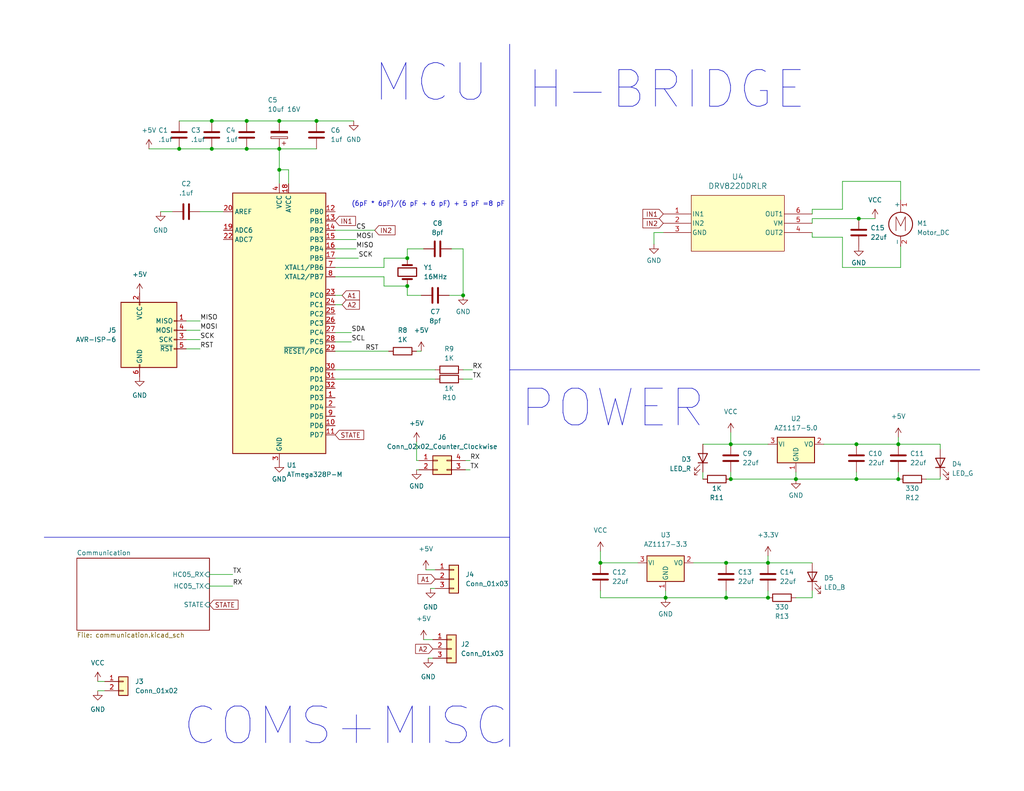
<source format=kicad_sch>
(kicad_sch (version 20230121) (generator eeschema)

  (uuid 94ef67f1-9fe5-4232-b8b5-71b9af9c1ba6)

  (paper "A")

  (lib_symbols
    (symbol "+5V_1" (power) (pin_names (offset 0)) (in_bom yes) (on_board yes)
      (property "Reference" "#PWR" (at 0 -3.81 0)
        (effects (font (size 1.27 1.27)) hide)
      )
      (property "Value" "+5V_1" (at 0 3.556 0)
        (effects (font (size 1.27 1.27)))
      )
      (property "Footprint" "" (at 0 0 0)
        (effects (font (size 1.27 1.27)) hide)
      )
      (property "Datasheet" "" (at 0 0 0)
        (effects (font (size 1.27 1.27)) hide)
      )
      (property "ki_keywords" "global power" (at 0 0 0)
        (effects (font (size 1.27 1.27)) hide)
      )
      (property "ki_description" "Power symbol creates a global label with name \"+5V\"" (at 0 0 0)
        (effects (font (size 1.27 1.27)) hide)
      )
      (symbol "+5V_1_0_1"
        (polyline
          (pts
            (xy -0.762 1.27)
            (xy 0 2.54)
          )
          (stroke (width 0) (type default))
          (fill (type none))
        )
        (polyline
          (pts
            (xy 0 0)
            (xy 0 2.54)
          )
          (stroke (width 0) (type default))
          (fill (type none))
        )
        (polyline
          (pts
            (xy 0 2.54)
            (xy 0.762 1.27)
          )
          (stroke (width 0) (type default))
          (fill (type none))
        )
      )
      (symbol "+5V_1_1_1"
        (pin power_in line (at 0 0 90) (length 0) hide
          (name "+5V" (effects (font (size 1.27 1.27))))
          (number "1" (effects (font (size 1.27 1.27))))
        )
      )
    )
    (symbol "Connector:AVR-ISP-6" (pin_names (offset 1.016)) (in_bom yes) (on_board yes)
      (property "Reference" "J" (at -6.35 11.43 0)
        (effects (font (size 1.27 1.27)) (justify left))
      )
      (property "Value" "AVR-ISP-6" (at 0 11.43 0)
        (effects (font (size 1.27 1.27)) (justify left))
      )
      (property "Footprint" "" (at -6.35 1.27 90)
        (effects (font (size 1.27 1.27)) hide)
      )
      (property "Datasheet" " ~" (at -32.385 -13.97 0)
        (effects (font (size 1.27 1.27)) hide)
      )
      (property "ki_keywords" "AVR ISP Connector" (at 0 0 0)
        (effects (font (size 1.27 1.27)) hide)
      )
      (property "ki_description" "Atmel 6-pin ISP connector" (at 0 0 0)
        (effects (font (size 1.27 1.27)) hide)
      )
      (property "ki_fp_filters" "IDC?Header*2x03* Pin?Header*2x03*" (at 0 0 0)
        (effects (font (size 1.27 1.27)) hide)
      )
      (symbol "AVR-ISP-6_0_1"
        (rectangle (start -2.667 -6.858) (end -2.413 -7.62)
          (stroke (width 0) (type default))
          (fill (type none))
        )
        (rectangle (start -2.667 10.16) (end -2.413 9.398)
          (stroke (width 0) (type default))
          (fill (type none))
        )
        (rectangle (start 7.62 -2.413) (end 6.858 -2.667)
          (stroke (width 0) (type default))
          (fill (type none))
        )
        (rectangle (start 7.62 0.127) (end 6.858 -0.127)
          (stroke (width 0) (type default))
          (fill (type none))
        )
        (rectangle (start 7.62 2.667) (end 6.858 2.413)
          (stroke (width 0) (type default))
          (fill (type none))
        )
        (rectangle (start 7.62 5.207) (end 6.858 4.953)
          (stroke (width 0) (type default))
          (fill (type none))
        )
        (rectangle (start 7.62 10.16) (end -7.62 -7.62)
          (stroke (width 0.254) (type default))
          (fill (type background))
        )
      )
      (symbol "AVR-ISP-6_1_1"
        (pin passive line (at 10.16 5.08 180) (length 2.54)
          (name "MISO" (effects (font (size 1.27 1.27))))
          (number "1" (effects (font (size 1.27 1.27))))
        )
        (pin passive line (at -2.54 12.7 270) (length 2.54)
          (name "VCC" (effects (font (size 1.27 1.27))))
          (number "2" (effects (font (size 1.27 1.27))))
        )
        (pin passive line (at 10.16 0 180) (length 2.54)
          (name "SCK" (effects (font (size 1.27 1.27))))
          (number "3" (effects (font (size 1.27 1.27))))
        )
        (pin passive line (at 10.16 2.54 180) (length 2.54)
          (name "MOSI" (effects (font (size 1.27 1.27))))
          (number "4" (effects (font (size 1.27 1.27))))
        )
        (pin passive line (at 10.16 -2.54 180) (length 2.54)
          (name "~{RST}" (effects (font (size 1.27 1.27))))
          (number "5" (effects (font (size 1.27 1.27))))
        )
        (pin passive line (at -2.54 -10.16 90) (length 2.54)
          (name "GND" (effects (font (size 1.27 1.27))))
          (number "6" (effects (font (size 1.27 1.27))))
        )
      )
    )
    (symbol "Connector_Generic:Conn_01x02" (pin_names (offset 1.016) hide) (in_bom yes) (on_board yes)
      (property "Reference" "J" (at 0 2.54 0)
        (effects (font (size 1.27 1.27)))
      )
      (property "Value" "Conn_01x02" (at 0 -5.08 0)
        (effects (font (size 1.27 1.27)))
      )
      (property "Footprint" "" (at 0 0 0)
        (effects (font (size 1.27 1.27)) hide)
      )
      (property "Datasheet" "~" (at 0 0 0)
        (effects (font (size 1.27 1.27)) hide)
      )
      (property "ki_keywords" "connector" (at 0 0 0)
        (effects (font (size 1.27 1.27)) hide)
      )
      (property "ki_description" "Generic connector, single row, 01x02, script generated (kicad-library-utils/schlib/autogen/connector/)" (at 0 0 0)
        (effects (font (size 1.27 1.27)) hide)
      )
      (property "ki_fp_filters" "Connector*:*_1x??_*" (at 0 0 0)
        (effects (font (size 1.27 1.27)) hide)
      )
      (symbol "Conn_01x02_1_1"
        (rectangle (start -1.27 -2.413) (end 0 -2.667)
          (stroke (width 0.1524) (type default))
          (fill (type none))
        )
        (rectangle (start -1.27 0.127) (end 0 -0.127)
          (stroke (width 0.1524) (type default))
          (fill (type none))
        )
        (rectangle (start -1.27 1.27) (end 1.27 -3.81)
          (stroke (width 0.254) (type default))
          (fill (type background))
        )
        (pin passive line (at -5.08 0 0) (length 3.81)
          (name "Pin_1" (effects (font (size 1.27 1.27))))
          (number "1" (effects (font (size 1.27 1.27))))
        )
        (pin passive line (at -5.08 -2.54 0) (length 3.81)
          (name "Pin_2" (effects (font (size 1.27 1.27))))
          (number "2" (effects (font (size 1.27 1.27))))
        )
      )
    )
    (symbol "Connector_Generic:Conn_01x03" (pin_names (offset 1.016) hide) (in_bom yes) (on_board yes)
      (property "Reference" "J" (at 0 5.08 0)
        (effects (font (size 1.27 1.27)))
      )
      (property "Value" "Conn_01x03" (at 0 -5.08 0)
        (effects (font (size 1.27 1.27)))
      )
      (property "Footprint" "" (at 0 0 0)
        (effects (font (size 1.27 1.27)) hide)
      )
      (property "Datasheet" "~" (at 0 0 0)
        (effects (font (size 1.27 1.27)) hide)
      )
      (property "ki_keywords" "connector" (at 0 0 0)
        (effects (font (size 1.27 1.27)) hide)
      )
      (property "ki_description" "Generic connector, single row, 01x03, script generated (kicad-library-utils/schlib/autogen/connector/)" (at 0 0 0)
        (effects (font (size 1.27 1.27)) hide)
      )
      (property "ki_fp_filters" "Connector*:*_1x??_*" (at 0 0 0)
        (effects (font (size 1.27 1.27)) hide)
      )
      (symbol "Conn_01x03_1_1"
        (rectangle (start -1.27 -2.413) (end 0 -2.667)
          (stroke (width 0.1524) (type default))
          (fill (type none))
        )
        (rectangle (start -1.27 0.127) (end 0 -0.127)
          (stroke (width 0.1524) (type default))
          (fill (type none))
        )
        (rectangle (start -1.27 2.667) (end 0 2.413)
          (stroke (width 0.1524) (type default))
          (fill (type none))
        )
        (rectangle (start -1.27 3.81) (end 1.27 -3.81)
          (stroke (width 0.254) (type default))
          (fill (type background))
        )
        (pin passive line (at -5.08 2.54 0) (length 3.81)
          (name "Pin_1" (effects (font (size 1.27 1.27))))
          (number "1" (effects (font (size 1.27 1.27))))
        )
        (pin passive line (at -5.08 0 0) (length 3.81)
          (name "Pin_2" (effects (font (size 1.27 1.27))))
          (number "2" (effects (font (size 1.27 1.27))))
        )
        (pin passive line (at -5.08 -2.54 0) (length 3.81)
          (name "Pin_3" (effects (font (size 1.27 1.27))))
          (number "3" (effects (font (size 1.27 1.27))))
        )
      )
    )
    (symbol "Connector_Generic:Conn_02x02_Counter_Clockwise" (pin_names (offset 1.016) hide) (in_bom yes) (on_board yes)
      (property "Reference" "J" (at 1.27 2.54 0)
        (effects (font (size 1.27 1.27)))
      )
      (property "Value" "Conn_02x02_Counter_Clockwise" (at 1.27 -5.08 0)
        (effects (font (size 1.27 1.27)))
      )
      (property "Footprint" "" (at 0 0 0)
        (effects (font (size 1.27 1.27)) hide)
      )
      (property "Datasheet" "~" (at 0 0 0)
        (effects (font (size 1.27 1.27)) hide)
      )
      (property "ki_keywords" "connector" (at 0 0 0)
        (effects (font (size 1.27 1.27)) hide)
      )
      (property "ki_description" "Generic connector, double row, 02x02, counter clockwise pin numbering scheme (similar to DIP package numbering), script generated (kicad-library-utils/schlib/autogen/connector/)" (at 0 0 0)
        (effects (font (size 1.27 1.27)) hide)
      )
      (property "ki_fp_filters" "Connector*:*_2x??_*" (at 0 0 0)
        (effects (font (size 1.27 1.27)) hide)
      )
      (symbol "Conn_02x02_Counter_Clockwise_1_1"
        (rectangle (start -1.27 -2.413) (end 0 -2.667)
          (stroke (width 0.1524) (type default))
          (fill (type none))
        )
        (rectangle (start -1.27 0.127) (end 0 -0.127)
          (stroke (width 0.1524) (type default))
          (fill (type none))
        )
        (rectangle (start -1.27 1.27) (end 3.81 -3.81)
          (stroke (width 0.254) (type default))
          (fill (type background))
        )
        (rectangle (start 3.81 -2.413) (end 2.54 -2.667)
          (stroke (width 0.1524) (type default))
          (fill (type none))
        )
        (rectangle (start 3.81 0.127) (end 2.54 -0.127)
          (stroke (width 0.1524) (type default))
          (fill (type none))
        )
        (pin passive line (at -5.08 0 0) (length 3.81)
          (name "Pin_1" (effects (font (size 1.27 1.27))))
          (number "1" (effects (font (size 1.27 1.27))))
        )
        (pin passive line (at -5.08 -2.54 0) (length 3.81)
          (name "Pin_2" (effects (font (size 1.27 1.27))))
          (number "2" (effects (font (size 1.27 1.27))))
        )
        (pin passive line (at 7.62 -2.54 180) (length 3.81)
          (name "Pin_3" (effects (font (size 1.27 1.27))))
          (number "3" (effects (font (size 1.27 1.27))))
        )
        (pin passive line (at 7.62 0 180) (length 3.81)
          (name "Pin_4" (effects (font (size 1.27 1.27))))
          (number "4" (effects (font (size 1.27 1.27))))
        )
      )
    )
    (symbol "Device:C" (pin_numbers hide) (pin_names (offset 0.254)) (in_bom yes) (on_board yes)
      (property "Reference" "C" (at 0.635 2.54 0)
        (effects (font (size 1.27 1.27)) (justify left))
      )
      (property "Value" "C" (at 0.635 -2.54 0)
        (effects (font (size 1.27 1.27)) (justify left))
      )
      (property "Footprint" "" (at 0.9652 -3.81 0)
        (effects (font (size 1.27 1.27)) hide)
      )
      (property "Datasheet" "~" (at 0 0 0)
        (effects (font (size 1.27 1.27)) hide)
      )
      (property "ki_keywords" "cap capacitor" (at 0 0 0)
        (effects (font (size 1.27 1.27)) hide)
      )
      (property "ki_description" "Unpolarized capacitor" (at 0 0 0)
        (effects (font (size 1.27 1.27)) hide)
      )
      (property "ki_fp_filters" "C_*" (at 0 0 0)
        (effects (font (size 1.27 1.27)) hide)
      )
      (symbol "C_0_1"
        (polyline
          (pts
            (xy -2.032 -0.762)
            (xy 2.032 -0.762)
          )
          (stroke (width 0.508) (type default))
          (fill (type none))
        )
        (polyline
          (pts
            (xy -2.032 0.762)
            (xy 2.032 0.762)
          )
          (stroke (width 0.508) (type default))
          (fill (type none))
        )
      )
      (symbol "C_1_1"
        (pin passive line (at 0 3.81 270) (length 2.794)
          (name "~" (effects (font (size 1.27 1.27))))
          (number "1" (effects (font (size 1.27 1.27))))
        )
        (pin passive line (at 0 -3.81 90) (length 2.794)
          (name "~" (effects (font (size 1.27 1.27))))
          (number "2" (effects (font (size 1.27 1.27))))
        )
      )
    )
    (symbol "Device:C_Polarized" (pin_numbers hide) (pin_names (offset 0.254)) (in_bom yes) (on_board yes)
      (property "Reference" "C" (at 0.635 2.54 0)
        (effects (font (size 1.27 1.27)) (justify left))
      )
      (property "Value" "C_Polarized" (at 0.635 -2.54 0)
        (effects (font (size 1.27 1.27)) (justify left))
      )
      (property "Footprint" "" (at 0.9652 -3.81 0)
        (effects (font (size 1.27 1.27)) hide)
      )
      (property "Datasheet" "~" (at 0 0 0)
        (effects (font (size 1.27 1.27)) hide)
      )
      (property "ki_keywords" "cap capacitor" (at 0 0 0)
        (effects (font (size 1.27 1.27)) hide)
      )
      (property "ki_description" "Polarized capacitor" (at 0 0 0)
        (effects (font (size 1.27 1.27)) hide)
      )
      (property "ki_fp_filters" "CP_*" (at 0 0 0)
        (effects (font (size 1.27 1.27)) hide)
      )
      (symbol "C_Polarized_0_1"
        (rectangle (start -2.286 0.508) (end 2.286 1.016)
          (stroke (width 0) (type default))
          (fill (type none))
        )
        (polyline
          (pts
            (xy -1.778 2.286)
            (xy -0.762 2.286)
          )
          (stroke (width 0) (type default))
          (fill (type none))
        )
        (polyline
          (pts
            (xy -1.27 2.794)
            (xy -1.27 1.778)
          )
          (stroke (width 0) (type default))
          (fill (type none))
        )
        (rectangle (start 2.286 -0.508) (end -2.286 -1.016)
          (stroke (width 0) (type default))
          (fill (type outline))
        )
      )
      (symbol "C_Polarized_1_1"
        (pin passive line (at 0 3.81 270) (length 2.794)
          (name "~" (effects (font (size 1.27 1.27))))
          (number "1" (effects (font (size 1.27 1.27))))
        )
        (pin passive line (at 0 -3.81 90) (length 2.794)
          (name "~" (effects (font (size 1.27 1.27))))
          (number "2" (effects (font (size 1.27 1.27))))
        )
      )
    )
    (symbol "Device:Crystal" (pin_numbers hide) (pin_names (offset 1.016) hide) (in_bom yes) (on_board yes)
      (property "Reference" "Y" (at 0 3.81 0)
        (effects (font (size 1.27 1.27)))
      )
      (property "Value" "Crystal" (at 0 -3.81 0)
        (effects (font (size 1.27 1.27)))
      )
      (property "Footprint" "" (at 0 0 0)
        (effects (font (size 1.27 1.27)) hide)
      )
      (property "Datasheet" "~" (at 0 0 0)
        (effects (font (size 1.27 1.27)) hide)
      )
      (property "ki_keywords" "quartz ceramic resonator oscillator" (at 0 0 0)
        (effects (font (size 1.27 1.27)) hide)
      )
      (property "ki_description" "Two pin crystal" (at 0 0 0)
        (effects (font (size 1.27 1.27)) hide)
      )
      (property "ki_fp_filters" "Crystal*" (at 0 0 0)
        (effects (font (size 1.27 1.27)) hide)
      )
      (symbol "Crystal_0_1"
        (rectangle (start -1.143 2.54) (end 1.143 -2.54)
          (stroke (width 0.3048) (type default))
          (fill (type none))
        )
        (polyline
          (pts
            (xy -2.54 0)
            (xy -1.905 0)
          )
          (stroke (width 0) (type default))
          (fill (type none))
        )
        (polyline
          (pts
            (xy -1.905 -1.27)
            (xy -1.905 1.27)
          )
          (stroke (width 0.508) (type default))
          (fill (type none))
        )
        (polyline
          (pts
            (xy 1.905 -1.27)
            (xy 1.905 1.27)
          )
          (stroke (width 0.508) (type default))
          (fill (type none))
        )
        (polyline
          (pts
            (xy 2.54 0)
            (xy 1.905 0)
          )
          (stroke (width 0) (type default))
          (fill (type none))
        )
      )
      (symbol "Crystal_1_1"
        (pin passive line (at -3.81 0 0) (length 1.27)
          (name "1" (effects (font (size 1.27 1.27))))
          (number "1" (effects (font (size 1.27 1.27))))
        )
        (pin passive line (at 3.81 0 180) (length 1.27)
          (name "2" (effects (font (size 1.27 1.27))))
          (number "2" (effects (font (size 1.27 1.27))))
        )
      )
    )
    (symbol "Device:LED" (pin_numbers hide) (pin_names (offset 1.016) hide) (in_bom yes) (on_board yes)
      (property "Reference" "D" (at 0 2.54 0)
        (effects (font (size 1.27 1.27)))
      )
      (property "Value" "LED" (at 0 -2.54 0)
        (effects (font (size 1.27 1.27)))
      )
      (property "Footprint" "" (at 0 0 0)
        (effects (font (size 1.27 1.27)) hide)
      )
      (property "Datasheet" "~" (at 0 0 0)
        (effects (font (size 1.27 1.27)) hide)
      )
      (property "ki_keywords" "LED diode" (at 0 0 0)
        (effects (font (size 1.27 1.27)) hide)
      )
      (property "ki_description" "Light emitting diode" (at 0 0 0)
        (effects (font (size 1.27 1.27)) hide)
      )
      (property "ki_fp_filters" "LED* LED_SMD:* LED_THT:*" (at 0 0 0)
        (effects (font (size 1.27 1.27)) hide)
      )
      (symbol "LED_0_1"
        (polyline
          (pts
            (xy -1.27 -1.27)
            (xy -1.27 1.27)
          )
          (stroke (width 0.254) (type default))
          (fill (type none))
        )
        (polyline
          (pts
            (xy -1.27 0)
            (xy 1.27 0)
          )
          (stroke (width 0) (type default))
          (fill (type none))
        )
        (polyline
          (pts
            (xy 1.27 -1.27)
            (xy 1.27 1.27)
            (xy -1.27 0)
            (xy 1.27 -1.27)
          )
          (stroke (width 0.254) (type default))
          (fill (type none))
        )
        (polyline
          (pts
            (xy -3.048 -0.762)
            (xy -4.572 -2.286)
            (xy -3.81 -2.286)
            (xy -4.572 -2.286)
            (xy -4.572 -1.524)
          )
          (stroke (width 0) (type default))
          (fill (type none))
        )
        (polyline
          (pts
            (xy -1.778 -0.762)
            (xy -3.302 -2.286)
            (xy -2.54 -2.286)
            (xy -3.302 -2.286)
            (xy -3.302 -1.524)
          )
          (stroke (width 0) (type default))
          (fill (type none))
        )
      )
      (symbol "LED_1_1"
        (pin passive line (at -3.81 0 0) (length 2.54)
          (name "K" (effects (font (size 1.27 1.27))))
          (number "1" (effects (font (size 1.27 1.27))))
        )
        (pin passive line (at 3.81 0 180) (length 2.54)
          (name "A" (effects (font (size 1.27 1.27))))
          (number "2" (effects (font (size 1.27 1.27))))
        )
      )
    )
    (symbol "Device:R" (pin_numbers hide) (pin_names (offset 0)) (in_bom yes) (on_board yes)
      (property "Reference" "R" (at 2.032 0 90)
        (effects (font (size 1.27 1.27)))
      )
      (property "Value" "R" (at 0 0 90)
        (effects (font (size 1.27 1.27)))
      )
      (property "Footprint" "" (at -1.778 0 90)
        (effects (font (size 1.27 1.27)) hide)
      )
      (property "Datasheet" "~" (at 0 0 0)
        (effects (font (size 1.27 1.27)) hide)
      )
      (property "ki_keywords" "R res resistor" (at 0 0 0)
        (effects (font (size 1.27 1.27)) hide)
      )
      (property "ki_description" "Resistor" (at 0 0 0)
        (effects (font (size 1.27 1.27)) hide)
      )
      (property "ki_fp_filters" "R_*" (at 0 0 0)
        (effects (font (size 1.27 1.27)) hide)
      )
      (symbol "R_0_1"
        (rectangle (start -1.016 -2.54) (end 1.016 2.54)
          (stroke (width 0.254) (type default))
          (fill (type none))
        )
      )
      (symbol "R_1_1"
        (pin passive line (at 0 3.81 270) (length 1.27)
          (name "~" (effects (font (size 1.27 1.27))))
          (number "1" (effects (font (size 1.27 1.27))))
        )
        (pin passive line (at 0 -3.81 90) (length 1.27)
          (name "~" (effects (font (size 1.27 1.27))))
          (number "2" (effects (font (size 1.27 1.27))))
        )
      )
    )
    (symbol "Driver_Motor:DRV8220DRLR" (pin_names (offset 0.254)) (in_bom yes) (on_board yes)
      (property "Reference" "U" (at 20.32 10.16 0)
        (effects (font (size 1.524 1.524)))
      )
      (property "Value" "DRV8220DRLR" (at 20.32 7.62 0)
        (effects (font (size 1.524 1.524)))
      )
      (property "Footprint" "Package_TO_SOT_SMD:SOT-563" (at 0 0 0)
        (effects (font (size 1.27 1.27) italic) hide)
      )
      (property "Datasheet" "https://www.ti.com/lit/ds/symlink/drv8220.pdf?HQS=dis-dk-null-digikeymode-dsf-pf-null-wwe&ts=1708223772829" (at 0 0 0)
        (effects (font (size 1.27 1.27) italic) hide)
      )
      (property "ki_keywords" "DRV8220DRLR" (at 0 0 0)
        (effects (font (size 1.27 1.27)) hide)
      )
      (property "ki_fp_filters" "SOT5X3-6_DRL_TEX SOT5X3-6_DRL_TEX-M SOT5X3-6_DRL_TEX-L" (at 0 0 0)
        (effects (font (size 1.27 1.27)) hide)
      )
      (symbol "DRV8220DRLR_0_1"
        (pin input line (at 0 0 0) (length 7.62)
          (name "IN1" (effects (font (size 1.27 1.27))))
          (number "1" (effects (font (size 1.27 1.27))))
        )
        (pin input line (at 0 -2.54 0) (length 7.62)
          (name "IN2" (effects (font (size 1.27 1.27))))
          (number "2" (effects (font (size 1.27 1.27))))
        )
        (pin power_out line (at 0 -5.08 0) (length 7.62)
          (name "GND" (effects (font (size 1.27 1.27))))
          (number "3" (effects (font (size 1.27 1.27))))
        )
        (pin output line (at 40.64 -5.08 180) (length 7.62)
          (name "OUT2" (effects (font (size 1.27 1.27))))
          (number "4" (effects (font (size 1.27 1.27))))
        )
        (pin power_in line (at 40.64 -2.54 180) (length 7.62)
          (name "VM" (effects (font (size 1.27 1.27))))
          (number "5" (effects (font (size 1.27 1.27))))
        )
        (pin output line (at 40.64 0 180) (length 7.62)
          (name "OUT1" (effects (font (size 1.27 1.27))))
          (number "6" (effects (font (size 1.27 1.27))))
        )
      )
      (symbol "DRV8220DRLR_1_1"
        (rectangle (start 7.62 5.08) (end 33.02 -10.16)
          (stroke (width 0) (type default))
          (fill (type background))
        )
      )
    )
    (symbol "GND_1" (power) (pin_names (offset 0)) (in_bom yes) (on_board yes)
      (property "Reference" "#PWR" (at 0 -6.35 0)
        (effects (font (size 1.27 1.27)) hide)
      )
      (property "Value" "GND_1" (at 0 -3.81 0)
        (effects (font (size 1.27 1.27)))
      )
      (property "Footprint" "" (at 0 0 0)
        (effects (font (size 1.27 1.27)) hide)
      )
      (property "Datasheet" "" (at 0 0 0)
        (effects (font (size 1.27 1.27)) hide)
      )
      (property "ki_keywords" "global power" (at 0 0 0)
        (effects (font (size 1.27 1.27)) hide)
      )
      (property "ki_description" "Power symbol creates a global label with name \"GND\" , ground" (at 0 0 0)
        (effects (font (size 1.27 1.27)) hide)
      )
      (symbol "GND_1_0_1"
        (polyline
          (pts
            (xy 0 0)
            (xy 0 -1.27)
            (xy 1.27 -1.27)
            (xy 0 -2.54)
            (xy -1.27 -1.27)
            (xy 0 -1.27)
          )
          (stroke (width 0) (type default))
          (fill (type none))
        )
      )
      (symbol "GND_1_1_1"
        (pin power_in line (at 0 0 270) (length 0) hide
          (name "GND" (effects (font (size 1.27 1.27))))
          (number "1" (effects (font (size 1.27 1.27))))
        )
      )
    )
    (symbol "MCU_Microchip_ATmega:ATmega328P-M" (in_bom yes) (on_board yes)
      (property "Reference" "U" (at -12.7 36.83 0)
        (effects (font (size 1.27 1.27)) (justify left bottom))
      )
      (property "Value" "ATmega328P-M" (at 2.54 -36.83 0)
        (effects (font (size 1.27 1.27)) (justify left top))
      )
      (property "Footprint" "Package_DFN_QFN:QFN-32-1EP_5x5mm_P0.5mm_EP3.1x3.1mm" (at 0 0 0)
        (effects (font (size 1.27 1.27) italic) hide)
      )
      (property "Datasheet" "http://ww1.microchip.com/downloads/en/DeviceDoc/ATmega328_P%20AVR%20MCU%20with%20picoPower%20Technology%20Data%20Sheet%2040001984A.pdf" (at 0 0 0)
        (effects (font (size 1.27 1.27)) hide)
      )
      (property "ki_keywords" "AVR 8bit Microcontroller MegaAVR PicoPower" (at 0 0 0)
        (effects (font (size 1.27 1.27)) hide)
      )
      (property "ki_description" "20MHz, 32kB Flash, 2kB SRAM, 1kB EEPROM, QFN-32" (at 0 0 0)
        (effects (font (size 1.27 1.27)) hide)
      )
      (property "ki_fp_filters" "QFN*1EP*5x5mm*P0.5mm*" (at 0 0 0)
        (effects (font (size 1.27 1.27)) hide)
      )
      (symbol "ATmega328P-M_0_1"
        (rectangle (start -12.7 -35.56) (end 12.7 35.56)
          (stroke (width 0.254) (type default))
          (fill (type background))
        )
      )
      (symbol "ATmega328P-M_1_1"
        (pin bidirectional line (at 15.24 -20.32 180) (length 2.54)
          (name "PD3" (effects (font (size 1.27 1.27))))
          (number "1" (effects (font (size 1.27 1.27))))
        )
        (pin bidirectional line (at 15.24 -27.94 180) (length 2.54)
          (name "PD6" (effects (font (size 1.27 1.27))))
          (number "10" (effects (font (size 1.27 1.27))))
        )
        (pin bidirectional line (at 15.24 -30.48 180) (length 2.54)
          (name "PD7" (effects (font (size 1.27 1.27))))
          (number "11" (effects (font (size 1.27 1.27))))
        )
        (pin bidirectional line (at 15.24 30.48 180) (length 2.54)
          (name "PB0" (effects (font (size 1.27 1.27))))
          (number "12" (effects (font (size 1.27 1.27))))
        )
        (pin bidirectional line (at 15.24 27.94 180) (length 2.54)
          (name "PB1" (effects (font (size 1.27 1.27))))
          (number "13" (effects (font (size 1.27 1.27))))
        )
        (pin bidirectional line (at 15.24 25.4 180) (length 2.54)
          (name "PB2" (effects (font (size 1.27 1.27))))
          (number "14" (effects (font (size 1.27 1.27))))
        )
        (pin bidirectional line (at 15.24 22.86 180) (length 2.54)
          (name "PB3" (effects (font (size 1.27 1.27))))
          (number "15" (effects (font (size 1.27 1.27))))
        )
        (pin bidirectional line (at 15.24 20.32 180) (length 2.54)
          (name "PB4" (effects (font (size 1.27 1.27))))
          (number "16" (effects (font (size 1.27 1.27))))
        )
        (pin bidirectional line (at 15.24 17.78 180) (length 2.54)
          (name "PB5" (effects (font (size 1.27 1.27))))
          (number "17" (effects (font (size 1.27 1.27))))
        )
        (pin power_in line (at 2.54 38.1 270) (length 2.54)
          (name "AVCC" (effects (font (size 1.27 1.27))))
          (number "18" (effects (font (size 1.27 1.27))))
        )
        (pin input line (at -15.24 25.4 0) (length 2.54)
          (name "ADC6" (effects (font (size 1.27 1.27))))
          (number "19" (effects (font (size 1.27 1.27))))
        )
        (pin bidirectional line (at 15.24 -22.86 180) (length 2.54)
          (name "PD4" (effects (font (size 1.27 1.27))))
          (number "2" (effects (font (size 1.27 1.27))))
        )
        (pin passive line (at -15.24 30.48 0) (length 2.54)
          (name "AREF" (effects (font (size 1.27 1.27))))
          (number "20" (effects (font (size 1.27 1.27))))
        )
        (pin passive line (at 0 -38.1 90) (length 2.54) hide
          (name "GND" (effects (font (size 1.27 1.27))))
          (number "21" (effects (font (size 1.27 1.27))))
        )
        (pin input line (at -15.24 22.86 0) (length 2.54)
          (name "ADC7" (effects (font (size 1.27 1.27))))
          (number "22" (effects (font (size 1.27 1.27))))
        )
        (pin bidirectional line (at 15.24 7.62 180) (length 2.54)
          (name "PC0" (effects (font (size 1.27 1.27))))
          (number "23" (effects (font (size 1.27 1.27))))
        )
        (pin bidirectional line (at 15.24 5.08 180) (length 2.54)
          (name "PC1" (effects (font (size 1.27 1.27))))
          (number "24" (effects (font (size 1.27 1.27))))
        )
        (pin bidirectional line (at 15.24 2.54 180) (length 2.54)
          (name "PC2" (effects (font (size 1.27 1.27))))
          (number "25" (effects (font (size 1.27 1.27))))
        )
        (pin bidirectional line (at 15.24 0 180) (length 2.54)
          (name "PC3" (effects (font (size 1.27 1.27))))
          (number "26" (effects (font (size 1.27 1.27))))
        )
        (pin bidirectional line (at 15.24 -2.54 180) (length 2.54)
          (name "PC4" (effects (font (size 1.27 1.27))))
          (number "27" (effects (font (size 1.27 1.27))))
        )
        (pin bidirectional line (at 15.24 -5.08 180) (length 2.54)
          (name "PC5" (effects (font (size 1.27 1.27))))
          (number "28" (effects (font (size 1.27 1.27))))
        )
        (pin bidirectional line (at 15.24 -7.62 180) (length 2.54)
          (name "~{RESET}/PC6" (effects (font (size 1.27 1.27))))
          (number "29" (effects (font (size 1.27 1.27))))
        )
        (pin power_in line (at 0 -38.1 90) (length 2.54)
          (name "GND" (effects (font (size 1.27 1.27))))
          (number "3" (effects (font (size 1.27 1.27))))
        )
        (pin bidirectional line (at 15.24 -12.7 180) (length 2.54)
          (name "PD0" (effects (font (size 1.27 1.27))))
          (number "30" (effects (font (size 1.27 1.27))))
        )
        (pin bidirectional line (at 15.24 -15.24 180) (length 2.54)
          (name "PD1" (effects (font (size 1.27 1.27))))
          (number "31" (effects (font (size 1.27 1.27))))
        )
        (pin bidirectional line (at 15.24 -17.78 180) (length 2.54)
          (name "PD2" (effects (font (size 1.27 1.27))))
          (number "32" (effects (font (size 1.27 1.27))))
        )
        (pin passive line (at 0 -38.1 90) (length 2.54) hide
          (name "GND" (effects (font (size 1.27 1.27))))
          (number "33" (effects (font (size 1.27 1.27))))
        )
        (pin power_in line (at 0 38.1 270) (length 2.54)
          (name "VCC" (effects (font (size 1.27 1.27))))
          (number "4" (effects (font (size 1.27 1.27))))
        )
        (pin passive line (at 0 -38.1 90) (length 2.54) hide
          (name "GND" (effects (font (size 1.27 1.27))))
          (number "5" (effects (font (size 1.27 1.27))))
        )
        (pin passive line (at 0 38.1 270) (length 2.54) hide
          (name "VCC" (effects (font (size 1.27 1.27))))
          (number "6" (effects (font (size 1.27 1.27))))
        )
        (pin bidirectional line (at 15.24 15.24 180) (length 2.54)
          (name "XTAL1/PB6" (effects (font (size 1.27 1.27))))
          (number "7" (effects (font (size 1.27 1.27))))
        )
        (pin bidirectional line (at 15.24 12.7 180) (length 2.54)
          (name "XTAL2/PB7" (effects (font (size 1.27 1.27))))
          (number "8" (effects (font (size 1.27 1.27))))
        )
        (pin bidirectional line (at 15.24 -25.4 180) (length 2.54)
          (name "PD5" (effects (font (size 1.27 1.27))))
          (number "9" (effects (font (size 1.27 1.27))))
        )
      )
    )
    (symbol "Motor:Motor_DC" (pin_names (offset 0)) (in_bom yes) (on_board yes)
      (property "Reference" "M" (at 2.54 2.54 0)
        (effects (font (size 1.27 1.27)) (justify left))
      )
      (property "Value" "Motor_DC" (at 2.54 -5.08 0)
        (effects (font (size 1.27 1.27)) (justify left top))
      )
      (property "Footprint" "" (at 0 -2.286 0)
        (effects (font (size 1.27 1.27)) hide)
      )
      (property "Datasheet" "~" (at 0 -2.286 0)
        (effects (font (size 1.27 1.27)) hide)
      )
      (property "ki_keywords" "DC Motor" (at 0 0 0)
        (effects (font (size 1.27 1.27)) hide)
      )
      (property "ki_description" "DC Motor" (at 0 0 0)
        (effects (font (size 1.27 1.27)) hide)
      )
      (property "ki_fp_filters" "PinHeader*P2.54mm* TerminalBlock*" (at 0 0 0)
        (effects (font (size 1.27 1.27)) hide)
      )
      (symbol "Motor_DC_0_0"
        (polyline
          (pts
            (xy -1.27 -3.302)
            (xy -1.27 0.508)
            (xy 0 -2.032)
            (xy 1.27 0.508)
            (xy 1.27 -3.302)
          )
          (stroke (width 0) (type default))
          (fill (type none))
        )
      )
      (symbol "Motor_DC_0_1"
        (circle (center 0 -1.524) (radius 3.2512)
          (stroke (width 0.254) (type default))
          (fill (type none))
        )
        (polyline
          (pts
            (xy 0 -7.62)
            (xy 0 -7.112)
          )
          (stroke (width 0) (type default))
          (fill (type none))
        )
        (polyline
          (pts
            (xy 0 -4.7752)
            (xy 0 -5.1816)
          )
          (stroke (width 0) (type default))
          (fill (type none))
        )
        (polyline
          (pts
            (xy 0 1.7272)
            (xy 0 2.0828)
          )
          (stroke (width 0) (type default))
          (fill (type none))
        )
        (polyline
          (pts
            (xy 0 2.032)
            (xy 0 2.54)
          )
          (stroke (width 0) (type default))
          (fill (type none))
        )
      )
      (symbol "Motor_DC_1_1"
        (pin passive line (at 0 5.08 270) (length 2.54)
          (name "+" (effects (font (size 1.27 1.27))))
          (number "1" (effects (font (size 1.27 1.27))))
        )
        (pin passive line (at 0 -7.62 90) (length 2.54)
          (name "-" (effects (font (size 1.27 1.27))))
          (number "2" (effects (font (size 1.27 1.27))))
        )
      )
    )
    (symbol "Regulator_Linear:AZ1117-3.3" (pin_names (offset 0.254)) (in_bom yes) (on_board yes)
      (property "Reference" "U" (at -3.81 3.175 0)
        (effects (font (size 1.27 1.27)))
      )
      (property "Value" "AZ1117-3.3" (at 0 3.175 0)
        (effects (font (size 1.27 1.27)) (justify left))
      )
      (property "Footprint" "" (at 0 6.35 0)
        (effects (font (size 1.27 1.27) italic) hide)
      )
      (property "Datasheet" "https://www.diodes.com/assets/Datasheets/AZ1117.pdf" (at 0 0 0)
        (effects (font (size 1.27 1.27)) hide)
      )
      (property "ki_keywords" "Fixed Voltage Regulator 1A Positive LDO" (at 0 0 0)
        (effects (font (size 1.27 1.27)) hide)
      )
      (property "ki_description" "1A 20V Fixed LDO Linear Regulator, 3.3V, SOT-89/SOT-223/TO-220/TO-252/TO-263" (at 0 0 0)
        (effects (font (size 1.27 1.27)) hide)
      )
      (property "ki_fp_filters" "SOT?223* SOT?89* TO?220* TO?252* TO?263*" (at 0 0 0)
        (effects (font (size 1.27 1.27)) hide)
      )
      (symbol "AZ1117-3.3_0_1"
        (rectangle (start -5.08 1.905) (end 5.08 -5.08)
          (stroke (width 0.254) (type default))
          (fill (type background))
        )
      )
      (symbol "AZ1117-3.3_1_1"
        (pin power_in line (at 0 -7.62 90) (length 2.54)
          (name "GND" (effects (font (size 1.27 1.27))))
          (number "1" (effects (font (size 1.27 1.27))))
        )
        (pin power_out line (at 7.62 0 180) (length 2.54)
          (name "VO" (effects (font (size 1.27 1.27))))
          (number "2" (effects (font (size 1.27 1.27))))
        )
        (pin power_in line (at -7.62 0 0) (length 2.54)
          (name "VI" (effects (font (size 1.27 1.27))))
          (number "3" (effects (font (size 1.27 1.27))))
        )
      )
    )
    (symbol "Regulator_Linear:AZ1117-5.0" (pin_names (offset 0.254)) (in_bom yes) (on_board yes)
      (property "Reference" "U" (at -3.81 3.175 0)
        (effects (font (size 1.27 1.27)))
      )
      (property "Value" "AZ1117-5.0" (at 0 3.175 0)
        (effects (font (size 1.27 1.27)) (justify left))
      )
      (property "Footprint" "" (at 0 6.35 0)
        (effects (font (size 1.27 1.27) italic) hide)
      )
      (property "Datasheet" "https://www.diodes.com/assets/Datasheets/AZ1117.pdf" (at 0 0 0)
        (effects (font (size 1.27 1.27)) hide)
      )
      (property "ki_keywords" "Fixed Voltage Regulator 1A Positive LDO" (at 0 0 0)
        (effects (font (size 1.27 1.27)) hide)
      )
      (property "ki_description" "1A 20V Fixed LDO Linear Regulator, 5.0V, SOT-89/SOT-223/TO-220/TO-252/TO-263" (at 0 0 0)
        (effects (font (size 1.27 1.27)) hide)
      )
      (property "ki_fp_filters" "SOT?223* SOT?89* TO?220* TO?252* TO?263*" (at 0 0 0)
        (effects (font (size 1.27 1.27)) hide)
      )
      (symbol "AZ1117-5.0_0_1"
        (rectangle (start -5.08 1.905) (end 5.08 -5.08)
          (stroke (width 0.254) (type default))
          (fill (type background))
        )
      )
      (symbol "AZ1117-5.0_1_1"
        (pin power_in line (at 0 -7.62 90) (length 2.54)
          (name "GND" (effects (font (size 1.27 1.27))))
          (number "1" (effects (font (size 1.27 1.27))))
        )
        (pin power_out line (at 7.62 0 180) (length 2.54)
          (name "VO" (effects (font (size 1.27 1.27))))
          (number "2" (effects (font (size 1.27 1.27))))
        )
        (pin power_in line (at -7.62 0 0) (length 2.54)
          (name "VI" (effects (font (size 1.27 1.27))))
          (number "3" (effects (font (size 1.27 1.27))))
        )
      )
    )
    (symbol "VCC_1" (power) (pin_names (offset 0)) (in_bom yes) (on_board yes)
      (property "Reference" "#PWR" (at 0 -3.81 0)
        (effects (font (size 1.27 1.27)) hide)
      )
      (property "Value" "VCC_1" (at 0 3.81 0)
        (effects (font (size 1.27 1.27)))
      )
      (property "Footprint" "" (at 0 0 0)
        (effects (font (size 1.27 1.27)) hide)
      )
      (property "Datasheet" "" (at 0 0 0)
        (effects (font (size 1.27 1.27)) hide)
      )
      (property "ki_keywords" "global power" (at 0 0 0)
        (effects (font (size 1.27 1.27)) hide)
      )
      (property "ki_description" "Power symbol creates a global label with name \"VCC\"" (at 0 0 0)
        (effects (font (size 1.27 1.27)) hide)
      )
      (symbol "VCC_1_0_1"
        (polyline
          (pts
            (xy -0.762 1.27)
            (xy 0 2.54)
          )
          (stroke (width 0) (type default))
          (fill (type none))
        )
        (polyline
          (pts
            (xy 0 0)
            (xy 0 2.54)
          )
          (stroke (width 0) (type default))
          (fill (type none))
        )
        (polyline
          (pts
            (xy 0 2.54)
            (xy 0.762 1.27)
          )
          (stroke (width 0) (type default))
          (fill (type none))
        )
      )
      (symbol "VCC_1_1_1"
        (pin power_in line (at 0 0 90) (length 0) hide
          (name "VCC" (effects (font (size 1.27 1.27))))
          (number "1" (effects (font (size 1.27 1.27))))
        )
      )
    )
    (symbol "VCC_2" (power) (pin_names (offset 0)) (in_bom yes) (on_board yes)
      (property "Reference" "#PWR" (at 0 -3.81 0)
        (effects (font (size 1.27 1.27)) hide)
      )
      (property "Value" "VCC_2" (at 0 3.81 0)
        (effects (font (size 1.27 1.27)))
      )
      (property "Footprint" "" (at 0 0 0)
        (effects (font (size 1.27 1.27)) hide)
      )
      (property "Datasheet" "" (at 0 0 0)
        (effects (font (size 1.27 1.27)) hide)
      )
      (property "ki_keywords" "global power" (at 0 0 0)
        (effects (font (size 1.27 1.27)) hide)
      )
      (property "ki_description" "Power symbol creates a global label with name \"VCC\"" (at 0 0 0)
        (effects (font (size 1.27 1.27)) hide)
      )
      (symbol "VCC_2_0_1"
        (polyline
          (pts
            (xy -0.762 1.27)
            (xy 0 2.54)
          )
          (stroke (width 0) (type default))
          (fill (type none))
        )
        (polyline
          (pts
            (xy 0 0)
            (xy 0 2.54)
          )
          (stroke (width 0) (type default))
          (fill (type none))
        )
        (polyline
          (pts
            (xy 0 2.54)
            (xy 0.762 1.27)
          )
          (stroke (width 0) (type default))
          (fill (type none))
        )
      )
      (symbol "VCC_2_1_1"
        (pin power_in line (at 0 0 90) (length 0) hide
          (name "VCC" (effects (font (size 1.27 1.27))))
          (number "1" (effects (font (size 1.27 1.27))))
        )
      )
    )
    (symbol "power:+3.3V" (power) (pin_names (offset 0)) (in_bom yes) (on_board yes)
      (property "Reference" "#PWR" (at 0 -3.81 0)
        (effects (font (size 1.27 1.27)) hide)
      )
      (property "Value" "+3.3V" (at 0 3.556 0)
        (effects (font (size 1.27 1.27)))
      )
      (property "Footprint" "" (at 0 0 0)
        (effects (font (size 1.27 1.27)) hide)
      )
      (property "Datasheet" "" (at 0 0 0)
        (effects (font (size 1.27 1.27)) hide)
      )
      (property "ki_keywords" "power-flag" (at 0 0 0)
        (effects (font (size 1.27 1.27)) hide)
      )
      (property "ki_description" "Power symbol creates a global label with name \"+3.3V\"" (at 0 0 0)
        (effects (font (size 1.27 1.27)) hide)
      )
      (symbol "+3.3V_0_1"
        (polyline
          (pts
            (xy -0.762 1.27)
            (xy 0 2.54)
          )
          (stroke (width 0) (type default))
          (fill (type none))
        )
        (polyline
          (pts
            (xy 0 0)
            (xy 0 2.54)
          )
          (stroke (width 0) (type default))
          (fill (type none))
        )
        (polyline
          (pts
            (xy 0 2.54)
            (xy 0.762 1.27)
          )
          (stroke (width 0) (type default))
          (fill (type none))
        )
      )
      (symbol "+3.3V_1_1"
        (pin power_in line (at 0 0 90) (length 0) hide
          (name "+3.3V" (effects (font (size 1.27 1.27))))
          (number "1" (effects (font (size 1.27 1.27))))
        )
      )
    )
    (symbol "power:+5V" (power) (pin_names (offset 0)) (in_bom yes) (on_board yes)
      (property "Reference" "#PWR" (at 0 -3.81 0)
        (effects (font (size 1.27 1.27)) hide)
      )
      (property "Value" "+5V" (at 0 3.556 0)
        (effects (font (size 1.27 1.27)))
      )
      (property "Footprint" "" (at 0 0 0)
        (effects (font (size 1.27 1.27)) hide)
      )
      (property "Datasheet" "" (at 0 0 0)
        (effects (font (size 1.27 1.27)) hide)
      )
      (property "ki_keywords" "power-flag" (at 0 0 0)
        (effects (font (size 1.27 1.27)) hide)
      )
      (property "ki_description" "Power symbol creates a global label with name \"+5V\"" (at 0 0 0)
        (effects (font (size 1.27 1.27)) hide)
      )
      (symbol "+5V_0_1"
        (polyline
          (pts
            (xy -0.762 1.27)
            (xy 0 2.54)
          )
          (stroke (width 0) (type default))
          (fill (type none))
        )
        (polyline
          (pts
            (xy 0 0)
            (xy 0 2.54)
          )
          (stroke (width 0) (type default))
          (fill (type none))
        )
        (polyline
          (pts
            (xy 0 2.54)
            (xy 0.762 1.27)
          )
          (stroke (width 0) (type default))
          (fill (type none))
        )
      )
      (symbol "+5V_1_1"
        (pin power_in line (at 0 0 90) (length 0) hide
          (name "+5V" (effects (font (size 1.27 1.27))))
          (number "1" (effects (font (size 1.27 1.27))))
        )
      )
    )
    (symbol "power:GND" (power) (pin_names (offset 0)) (in_bom yes) (on_board yes)
      (property "Reference" "#PWR" (at 0 -6.35 0)
        (effects (font (size 1.27 1.27)) hide)
      )
      (property "Value" "GND" (at 0 -3.81 0)
        (effects (font (size 1.27 1.27)))
      )
      (property "Footprint" "" (at 0 0 0)
        (effects (font (size 1.27 1.27)) hide)
      )
      (property "Datasheet" "" (at 0 0 0)
        (effects (font (size 1.27 1.27)) hide)
      )
      (property "ki_keywords" "power-flag" (at 0 0 0)
        (effects (font (size 1.27 1.27)) hide)
      )
      (property "ki_description" "Power symbol creates a global label with name \"GND\" , ground" (at 0 0 0)
        (effects (font (size 1.27 1.27)) hide)
      )
      (symbol "GND_0_1"
        (polyline
          (pts
            (xy 0 0)
            (xy 0 -1.27)
            (xy 1.27 -1.27)
            (xy 0 -2.54)
            (xy -1.27 -1.27)
            (xy 0 -1.27)
          )
          (stroke (width 0) (type default))
          (fill (type none))
        )
      )
      (symbol "GND_1_1"
        (pin power_in line (at 0 0 270) (length 0) hide
          (name "GND" (effects (font (size 1.27 1.27))))
          (number "1" (effects (font (size 1.27 1.27))))
        )
      )
    )
    (symbol "power:VCC" (power) (pin_names (offset 0)) (in_bom yes) (on_board yes)
      (property "Reference" "#PWR" (at 0 -3.81 0)
        (effects (font (size 1.27 1.27)) hide)
      )
      (property "Value" "VCC" (at 0 3.81 0)
        (effects (font (size 1.27 1.27)))
      )
      (property "Footprint" "" (at 0 0 0)
        (effects (font (size 1.27 1.27)) hide)
      )
      (property "Datasheet" "" (at 0 0 0)
        (effects (font (size 1.27 1.27)) hide)
      )
      (property "ki_keywords" "power-flag" (at 0 0 0)
        (effects (font (size 1.27 1.27)) hide)
      )
      (property "ki_description" "Power symbol creates a global label with name \"VCC\"" (at 0 0 0)
        (effects (font (size 1.27 1.27)) hide)
      )
      (symbol "VCC_0_1"
        (polyline
          (pts
            (xy -0.762 1.27)
            (xy 0 2.54)
          )
          (stroke (width 0) (type default))
          (fill (type none))
        )
        (polyline
          (pts
            (xy 0 0)
            (xy 0 2.54)
          )
          (stroke (width 0) (type default))
          (fill (type none))
        )
        (polyline
          (pts
            (xy 0 2.54)
            (xy 0.762 1.27)
          )
          (stroke (width 0) (type default))
          (fill (type none))
        )
      )
      (symbol "VCC_1_1"
        (pin power_in line (at 0 0 90) (length 0) hide
          (name "VCC" (effects (font (size 1.27 1.27))))
          (number "1" (effects (font (size 1.27 1.27))))
        )
      )
    )
  )

  (junction (at 76.2 46.355) (diameter 0) (color 0 0 0 0)
    (uuid 011bc259-feae-4924-9a2f-38719e734c76)
  )
  (junction (at 245.11 121.285) (diameter 0) (color 0 0 0 0)
    (uuid 02a1a4ff-cdcf-410a-8d18-300e7c5e097a)
  )
  (junction (at 57.785 33.02) (diameter 0) (color 0 0 0 0)
    (uuid 06d8a791-8f7e-4fa8-b247-29d280278966)
  )
  (junction (at 76.2 40.64) (diameter 0) (color 0 0 0 0)
    (uuid 14c199ff-4d6b-4aef-9c52-c3600309c65e)
  )
  (junction (at 67.31 33.02) (diameter 0) (color 0 0 0 0)
    (uuid 21289de0-dcb7-4028-8aff-dcebf018da4e)
  )
  (junction (at 234.315 59.69) (diameter 0) (color 0 0 0 0)
    (uuid 2493211e-5acc-49ae-bf18-d7108aa102dc)
  )
  (junction (at 181.61 163.195) (diameter 0) (color 0 0 0 0)
    (uuid 3d5c3647-21ac-4bff-b8cd-43d3fa92e09d)
  )
  (junction (at 111.125 70.485) (diameter 0) (color 0 0 0 0)
    (uuid 4a294ef6-634d-4454-88e6-3d5c16679f1d)
  )
  (junction (at 245.11 130.81) (diameter 0) (color 0 0 0 0)
    (uuid 4c72ff8c-b2e7-4836-b92f-a24482fe1742)
  )
  (junction (at 209.55 153.67) (diameter 0) (color 0 0 0 0)
    (uuid 50dd1d39-fa58-4db2-a1b6-d4f01c712362)
  )
  (junction (at 209.55 163.195) (diameter 0) (color 0 0 0 0)
    (uuid 52659a6f-6a3c-4633-af93-715a2df30899)
  )
  (junction (at 48.895 40.64) (diameter 0) (color 0 0 0 0)
    (uuid 568cb5bf-1861-44d4-9f30-fe7cc56d271f)
  )
  (junction (at 57.785 40.64) (diameter 0) (color 0 0 0 0)
    (uuid 6524aa31-996a-4648-a324-8a30935fa218)
  )
  (junction (at 199.39 121.285) (diameter 0) (color 0 0 0 0)
    (uuid 6b86df00-0306-4d89-a6ba-565acc4b57db)
  )
  (junction (at 67.31 40.64) (diameter 0) (color 0 0 0 0)
    (uuid 7951330a-a223-4196-87bc-31cf6bbdd39d)
  )
  (junction (at 233.68 130.81) (diameter 0) (color 0 0 0 0)
    (uuid 875fcb52-95fe-48d7-a6da-ea1ae1b789eb)
  )
  (junction (at 86.36 33.02) (diameter 0) (color 0 0 0 0)
    (uuid a4538f76-adc0-410d-a806-aaa209124f57)
  )
  (junction (at 111.125 78.105) (diameter 0) (color 0 0 0 0)
    (uuid a93191b8-6565-4f9e-a0c3-e4125fd34bbb)
  )
  (junction (at 198.12 163.195) (diameter 0) (color 0 0 0 0)
    (uuid c34a1a4f-677c-493c-8027-3e243ce7ec4c)
  )
  (junction (at 163.83 153.67) (diameter 0) (color 0 0 0 0)
    (uuid c8b020b4-2150-426b-ac92-306dd4972beb)
  )
  (junction (at 76.2 33.02) (diameter 0) (color 0 0 0 0)
    (uuid d1afbf19-5f32-46e8-9cca-233f96dd842b)
  )
  (junction (at 198.12 153.67) (diameter 0) (color 0 0 0 0)
    (uuid e20a8942-5b4b-45d0-b3ba-eb052a4cad6b)
  )
  (junction (at 199.39 130.81) (diameter 0) (color 0 0 0 0)
    (uuid e36ac65a-b581-44a5-93f7-95685993811c)
  )
  (junction (at 126.365 80.645) (diameter 0) (color 0 0 0 0)
    (uuid e6747d1e-6515-46a4-97bb-a385736eac87)
  )
  (junction (at 233.68 121.285) (diameter 0) (color 0 0 0 0)
    (uuid e6d2250b-2a25-41a0-a665-4eb1b2878476)
  )
  (junction (at 217.17 130.81) (diameter 0) (color 0 0 0 0)
    (uuid fb4c8129-8280-4817-8e3b-b94c0c7f47a2)
  )

  (wire (pts (xy 123.19 67.945) (xy 126.365 67.945))
    (stroke (width 0) (type default))
    (uuid 06dd21d9-ed67-4a32-b187-fbf1967985bb)
  )
  (wire (pts (xy 163.83 163.195) (xy 163.83 161.29))
    (stroke (width 0) (type default))
    (uuid 08b32eac-32ec-41a9-ab6a-ad1d7ba43b88)
  )
  (wire (pts (xy 234.315 59.69) (xy 238.76 59.69))
    (stroke (width 0) (type default))
    (uuid 0d2285ae-7b72-4838-8b4b-dd9fe522691c)
  )
  (wire (pts (xy 111.125 78.105) (xy 111.125 80.645))
    (stroke (width 0) (type default))
    (uuid 0d3b050a-09d3-4ba9-9431-653503ee2e8e)
  )
  (wire (pts (xy 57.15 156.845) (xy 63.5 156.845))
    (stroke (width 0) (type default))
    (uuid 0ea983e7-3287-41dd-87fe-38718e07be5b)
  )
  (wire (pts (xy 181.61 161.29) (xy 181.61 163.195))
    (stroke (width 0) (type default))
    (uuid 12a7aa17-16b0-499a-bb6e-4f91b1d2996f)
  )
  (wire (pts (xy 40.64 40.64) (xy 48.895 40.64))
    (stroke (width 0) (type default))
    (uuid 15f35739-5ed4-45de-9044-8cb3d3cfee5b)
  )
  (wire (pts (xy 224.79 121.285) (xy 233.68 121.285))
    (stroke (width 0) (type default))
    (uuid 18285f8e-c0b4-4fc6-8942-ac40d60abe1f)
  )
  (polyline (pts (xy 139.065 12.065) (xy 139.065 146.685))
    (stroke (width 0) (type default))
    (uuid 1a0aff96-238e-4090-b059-165085801847)
  )

  (wire (pts (xy 163.83 150.495) (xy 163.83 153.67))
    (stroke (width 0) (type default))
    (uuid 1ad61abc-7eeb-4873-b1f2-d917eeeec29c)
  )
  (wire (pts (xy 114.935 95.885) (xy 113.665 95.885))
    (stroke (width 0) (type default))
    (uuid 1c5de092-8c9e-4439-ac30-ba1b4325eb9f)
  )
  (wire (pts (xy 199.39 130.81) (xy 217.17 130.81))
    (stroke (width 0) (type default))
    (uuid 1d0e0643-725a-4639-bbb2-f159dcfed109)
  )
  (wire (pts (xy 118.745 103.505) (xy 91.44 103.505))
    (stroke (width 0) (type default))
    (uuid 1edbe45c-b8d9-48ff-bfd3-fc46d4af913f)
  )
  (wire (pts (xy 245.745 73.025) (xy 245.745 67.31))
    (stroke (width 0) (type default))
    (uuid 20119af5-f382-4daa-91b7-ba0668868638)
  )
  (wire (pts (xy 126.365 67.945) (xy 126.365 80.645))
    (stroke (width 0) (type default))
    (uuid 201b0ed8-529e-4e52-8864-5a2682d101e4)
  )
  (wire (pts (xy 104.775 73.025) (xy 91.44 73.025))
    (stroke (width 0) (type default))
    (uuid 2116593c-e329-4727-8078-16817ea2012b)
  )
  (wire (pts (xy 122.555 80.645) (xy 126.365 80.645))
    (stroke (width 0) (type default))
    (uuid 2547c488-37a6-4d46-a6fc-4aa38f5d8ce7)
  )
  (wire (pts (xy 198.12 163.195) (xy 198.12 161.29))
    (stroke (width 0) (type default))
    (uuid 26ac1983-4db0-4977-91e5-50ccbe3d70b0)
  )
  (wire (pts (xy 256.54 130.81) (xy 256.54 130.175))
    (stroke (width 0) (type default))
    (uuid 27279a06-f1dc-434b-81dd-1bd5f0cd364f)
  )
  (wire (pts (xy 97.155 67.945) (xy 91.44 67.945))
    (stroke (width 0) (type default))
    (uuid 27d4c66d-77b2-4dde-abba-4f60e3c0f43b)
  )
  (wire (pts (xy 209.55 161.29) (xy 209.55 163.195))
    (stroke (width 0) (type default))
    (uuid 2e9e4189-6d3c-40ab-b88d-d8f8aca776db)
  )
  (wire (pts (xy 217.17 130.81) (xy 217.17 128.905))
    (stroke (width 0) (type default))
    (uuid 3376e392-d286-4ff2-8299-e5ddfe569421)
  )
  (wire (pts (xy 229.87 64.77) (xy 229.87 73.025))
    (stroke (width 0) (type default))
    (uuid 3813ddba-d4ac-4cc2-836e-f5d347878d25)
  )
  (wire (pts (xy 95.885 90.805) (xy 91.44 90.805))
    (stroke (width 0) (type default))
    (uuid 3a0ff337-d59f-4dca-8736-e4df40d7d373)
  )
  (wire (pts (xy 111.125 70.485) (xy 104.775 70.485))
    (stroke (width 0) (type default))
    (uuid 3cb528e5-a83c-4abe-907d-f2fe80992add)
  )
  (wire (pts (xy 26.67 188.595) (xy 28.575 188.595))
    (stroke (width 0) (type default))
    (uuid 3da6d0e5-04ae-45d9-8040-2ef4f307937b)
  )
  (wire (pts (xy 111.125 67.945) (xy 111.125 70.485))
    (stroke (width 0) (type default))
    (uuid 3de28464-b560-4952-8cf3-4a8635556d53)
  )
  (wire (pts (xy 163.83 153.67) (xy 173.99 153.67))
    (stroke (width 0) (type default))
    (uuid 3df7ac36-53a9-4401-a71c-bfcc7a83fb31)
  )
  (wire (pts (xy 113.665 128.27) (xy 114.3 128.27))
    (stroke (width 0) (type default))
    (uuid 3e3f3e99-e18b-444b-a5f9-e4c7fe68b958)
  )
  (wire (pts (xy 78.74 46.355) (xy 76.2 46.355))
    (stroke (width 0) (type default))
    (uuid 3f035b33-f7af-4c78-9cf4-91b97f0169c9)
  )
  (wire (pts (xy 116.205 155.575) (xy 118.745 155.575))
    (stroke (width 0) (type default))
    (uuid 3fea2b6c-bf55-4868-9a14-eb18f2bd8919)
  )
  (wire (pts (xy 221.615 64.77) (xy 229.87 64.77))
    (stroke (width 0) (type default))
    (uuid 427c78e0-8812-4518-845b-b805444191ea)
  )
  (wire (pts (xy 104.775 70.485) (xy 104.775 73.025))
    (stroke (width 0) (type default))
    (uuid 4328f1d8-3174-484c-ab59-0113ac29c498)
  )
  (polyline (pts (xy 12.065 146.685) (xy 139.065 146.685))
    (stroke (width 0) (type default))
    (uuid 4bc5f062-bda4-4840-b71a-9f9d65ee6596)
  )

  (wire (pts (xy 57.785 40.64) (xy 67.31 40.64))
    (stroke (width 0) (type default))
    (uuid 4e5997e9-f01f-405c-831f-8369d3e52dd6)
  )
  (wire (pts (xy 97.79 70.485) (xy 91.44 70.485))
    (stroke (width 0) (type default))
    (uuid 531c7daf-2cbc-4153-ba7e-2985481cdcbb)
  )
  (wire (pts (xy 115.57 174.625) (xy 118.11 174.625))
    (stroke (width 0) (type default))
    (uuid 581ef98f-ce8e-49b4-ba8d-c5bd33747275)
  )
  (wire (pts (xy 26.67 186.055) (xy 28.575 186.055))
    (stroke (width 0) (type default))
    (uuid 58228e91-c885-45ce-a026-35168cd5d667)
  )
  (polyline (pts (xy 139.065 146.685) (xy 139.065 203.835))
    (stroke (width 0) (type default))
    (uuid 58a0ec25-ccc5-44c7-ad38-669b95f41a00)
  )

  (wire (pts (xy 57.15 160.02) (xy 63.5 160.02))
    (stroke (width 0) (type default))
    (uuid 613b7139-f670-49e4-a833-2245eb0020d6)
  )
  (polyline (pts (xy 139.065 100.965) (xy 267.335 100.965))
    (stroke (width 0) (type default))
    (uuid 62a8845c-840c-476f-9904-5026c780f8e6)
  )

  (wire (pts (xy 48.895 40.64) (xy 57.785 40.64))
    (stroke (width 0) (type default))
    (uuid 62aaf0a5-d0e7-4d4a-8b49-72c7110a38d7)
  )
  (wire (pts (xy 221.615 59.69) (xy 221.615 60.96))
    (stroke (width 0) (type default))
    (uuid 62e031e9-63f5-4023-99cb-9c82bd55dd0d)
  )
  (wire (pts (xy 178.435 66.675) (xy 178.435 63.5))
    (stroke (width 0) (type default))
    (uuid 6399e706-b578-4e50-8b37-bcb7cced2bc1)
  )
  (wire (pts (xy 67.31 33.02) (xy 76.2 33.02))
    (stroke (width 0) (type default))
    (uuid 66ab0863-433f-4be4-93f8-0443aae35bea)
  )
  (wire (pts (xy 116.84 179.705) (xy 118.11 179.705))
    (stroke (width 0) (type default))
    (uuid 6bd0d370-4412-4baa-8ae1-58ca85d11458)
  )
  (wire (pts (xy 91.44 62.865) (xy 102.235 62.865))
    (stroke (width 0) (type default))
    (uuid 7488652f-849e-4b91-878b-6c53ac32de1e)
  )
  (wire (pts (xy 178.435 63.5) (xy 180.975 63.5))
    (stroke (width 0) (type default))
    (uuid 75c2ee25-d780-4d3b-9c2c-e8fed5ec4420)
  )
  (wire (pts (xy 221.615 59.69) (xy 234.315 59.69))
    (stroke (width 0) (type default))
    (uuid 761a9d6d-bd8b-4289-9b04-f70fa46c7f29)
  )
  (wire (pts (xy 209.55 151.765) (xy 209.55 153.67))
    (stroke (width 0) (type default))
    (uuid 766699cf-4404-4050-b03c-e8c3daf682a9)
  )
  (wire (pts (xy 198.12 163.195) (xy 209.55 163.195))
    (stroke (width 0) (type default))
    (uuid 784ad33f-8715-4259-90dd-142dea82e81f)
  )
  (wire (pts (xy 114.935 80.645) (xy 111.125 80.645))
    (stroke (width 0) (type default))
    (uuid 7e5bfe0d-3657-4b88-bb94-a95cc0739a92)
  )
  (wire (pts (xy 78.74 50.165) (xy 78.74 46.355))
    (stroke (width 0) (type default))
    (uuid 7fcaf1c9-5dbc-4381-ac60-3255d531fbe7)
  )
  (wire (pts (xy 221.615 64.77) (xy 221.615 63.5))
    (stroke (width 0) (type default))
    (uuid 81bb69e3-a9c2-4c9f-80e0-fc3fdddf2dc3)
  )
  (wire (pts (xy 245.11 119.38) (xy 245.11 121.285))
    (stroke (width 0) (type default))
    (uuid 85213d5f-b097-4fe8-b18a-4b63a64815de)
  )
  (wire (pts (xy 128.905 103.505) (xy 126.365 103.505))
    (stroke (width 0) (type default))
    (uuid 860e3d58-f9e0-4810-a8e2-fbfeb0a538a4)
  )
  (wire (pts (xy 245.11 128.905) (xy 245.11 130.81))
    (stroke (width 0) (type default))
    (uuid 86deedd6-d078-4598-93d2-47f4a161e41f)
  )
  (wire (pts (xy 198.12 153.67) (xy 209.55 153.67))
    (stroke (width 0) (type default))
    (uuid 87a194ee-4aed-4abe-86c0-556f7b6c1b0a)
  )
  (wire (pts (xy 128.27 125.73) (xy 127 125.73))
    (stroke (width 0) (type default))
    (uuid 88273456-4851-49ca-9402-33de6576c0f0)
  )
  (wire (pts (xy 54.61 57.785) (xy 60.96 57.785))
    (stroke (width 0) (type default))
    (uuid 8a768996-711d-4228-80bd-c2f63353ae42)
  )
  (wire (pts (xy 229.87 49.53) (xy 245.745 49.53))
    (stroke (width 0) (type default))
    (uuid 8c207db0-87e5-4055-9c63-98a2fc06245c)
  )
  (wire (pts (xy 54.61 95.25) (xy 50.8 95.25))
    (stroke (width 0) (type default))
    (uuid 90f4cf67-5e89-476a-b08b-497f263197f5)
  )
  (wire (pts (xy 233.68 130.81) (xy 245.11 130.81))
    (stroke (width 0) (type default))
    (uuid 96ba34b1-115c-40e0-8059-e81b4da034de)
  )
  (wire (pts (xy 221.615 163.195) (xy 221.615 161.29))
    (stroke (width 0) (type default))
    (uuid 97c6fff3-2e5c-4746-82b0-2b0afce0ffe0)
  )
  (wire (pts (xy 76.2 46.355) (xy 76.2 40.64))
    (stroke (width 0) (type default))
    (uuid 97da888a-2812-4e92-a861-3893799c8645)
  )
  (wire (pts (xy 91.44 75.565) (xy 104.775 75.565))
    (stroke (width 0) (type default))
    (uuid 9be4b2ed-8827-4b34-88a1-2f28482cb603)
  )
  (wire (pts (xy 128.27 128.27) (xy 127 128.27))
    (stroke (width 0) (type default))
    (uuid 9d78c713-110d-4ea2-a35c-d4669c83d63b)
  )
  (wire (pts (xy 67.31 40.64) (xy 76.2 40.64))
    (stroke (width 0) (type default))
    (uuid a11a9c7f-4aca-4727-9424-e68ed0281bb9)
  )
  (wire (pts (xy 115.57 67.945) (xy 111.125 67.945))
    (stroke (width 0) (type default))
    (uuid a1e50ae0-44e6-4f7b-8dad-e31f3137f6b4)
  )
  (wire (pts (xy 199.39 121.285) (xy 209.55 121.285))
    (stroke (width 0) (type default))
    (uuid a400f0a5-c07c-45bc-9d32-0107aeacea57)
  )
  (wire (pts (xy 233.68 121.285) (xy 245.11 121.285))
    (stroke (width 0) (type default))
    (uuid a76aabbf-3861-4573-a345-62ade54a2451)
  )
  (wire (pts (xy 93.345 80.645) (xy 91.44 80.645))
    (stroke (width 0) (type default))
    (uuid a837e4f2-1146-4e97-93fe-b9eee0e4db40)
  )
  (wire (pts (xy 209.55 153.67) (xy 221.615 153.67))
    (stroke (width 0) (type default))
    (uuid a95b0e05-691d-41c6-b2a8-ff6ce3241d8f)
  )
  (wire (pts (xy 233.68 130.81) (xy 233.68 128.905))
    (stroke (width 0) (type default))
    (uuid b009bffd-9439-47c8-b31c-443b8add56f2)
  )
  (wire (pts (xy 104.775 78.105) (xy 111.125 78.105))
    (stroke (width 0) (type default))
    (uuid b1964424-8690-429a-b209-0a188d1981c3)
  )
  (wire (pts (xy 217.17 163.195) (xy 221.615 163.195))
    (stroke (width 0) (type default))
    (uuid b23d85d6-ffcf-46e6-8c47-888cb6a792bd)
  )
  (wire (pts (xy 191.77 130.81) (xy 191.77 128.905))
    (stroke (width 0) (type default))
    (uuid b36e999c-4ade-476f-9e39-c822a660dbc5)
  )
  (wire (pts (xy 54.61 87.63) (xy 50.8 87.63))
    (stroke (width 0) (type default))
    (uuid b37ce08b-5e10-478c-b898-898776ea336e)
  )
  (wire (pts (xy 189.23 153.67) (xy 198.12 153.67))
    (stroke (width 0) (type default))
    (uuid b726cfe0-c4e3-4307-a1c5-15614b3160ae)
  )
  (wire (pts (xy 93.345 83.185) (xy 91.44 83.185))
    (stroke (width 0) (type default))
    (uuid bdc04e0a-3750-4e2c-b7b1-6490ed10d10a)
  )
  (wire (pts (xy 113.665 120.65) (xy 113.665 125.73))
    (stroke (width 0) (type default))
    (uuid be9abc66-2c0f-4492-938e-b77f1e7b7286)
  )
  (wire (pts (xy 128.905 100.965) (xy 126.365 100.965))
    (stroke (width 0) (type default))
    (uuid bf426e3c-9146-4bf1-b09d-4b1414bf47f3)
  )
  (wire (pts (xy 54.61 90.17) (xy 50.8 90.17))
    (stroke (width 0) (type default))
    (uuid bf583f5d-e823-4795-99ee-4e3db3e5bd42)
  )
  (wire (pts (xy 199.39 118.11) (xy 199.39 121.285))
    (stroke (width 0) (type default))
    (uuid c265f3dd-dd41-41e2-91d1-e7dd1b98049f)
  )
  (wire (pts (xy 104.775 75.565) (xy 104.775 78.105))
    (stroke (width 0) (type default))
    (uuid c2a0e493-880a-4479-ab96-d11e53647ff5)
  )
  (wire (pts (xy 245.745 49.53) (xy 245.745 54.61))
    (stroke (width 0) (type default))
    (uuid c37262fb-256e-467d-8f0b-df8e0780f058)
  )
  (wire (pts (xy 221.615 57.15) (xy 221.615 58.42))
    (stroke (width 0) (type default))
    (uuid c5c58350-b6b3-49da-9761-1c0d9ef6162f)
  )
  (wire (pts (xy 95.885 93.345) (xy 91.44 93.345))
    (stroke (width 0) (type default))
    (uuid c63de309-3ef4-47b1-a917-8c4149f099ae)
  )
  (wire (pts (xy 245.11 121.285) (xy 256.54 121.285))
    (stroke (width 0) (type default))
    (uuid c8baf0fe-0eb0-4919-acde-936b08da7276)
  )
  (wire (pts (xy 117.475 160.655) (xy 118.745 160.655))
    (stroke (width 0) (type default))
    (uuid cb49f9fb-1f9a-45b8-b843-dfb87cea6f44)
  )
  (wire (pts (xy 256.54 121.285) (xy 256.54 122.555))
    (stroke (width 0) (type default))
    (uuid cc007822-06ff-4d1d-83f1-551add077eff)
  )
  (wire (pts (xy 54.61 92.71) (xy 50.8 92.71))
    (stroke (width 0) (type default))
    (uuid cd5b2004-ac45-4800-8c40-c64aab189daf)
  )
  (wire (pts (xy 252.73 130.81) (xy 256.54 130.81))
    (stroke (width 0) (type default))
    (uuid ce65dc27-7d4f-4a0b-b715-9671a909c957)
  )
  (wire (pts (xy 57.785 33.02) (xy 67.31 33.02))
    (stroke (width 0) (type default))
    (uuid d0e49c77-460a-4c00-b976-f030c34fee68)
  )
  (wire (pts (xy 91.44 95.885) (xy 106.045 95.885))
    (stroke (width 0) (type default))
    (uuid d9c938f7-67d8-4a7a-89ce-bfdf87a09e2b)
  )
  (wire (pts (xy 118.745 100.965) (xy 91.44 100.965))
    (stroke (width 0) (type default))
    (uuid dc41da22-eabd-4b84-ab29-40c0818c11a4)
  )
  (wire (pts (xy 199.39 130.81) (xy 199.39 128.905))
    (stroke (width 0) (type default))
    (uuid dfbc68de-39ae-475f-9313-146865433bd0)
  )
  (wire (pts (xy 229.87 57.15) (xy 229.87 49.53))
    (stroke (width 0) (type default))
    (uuid e0c7b599-5ccb-4730-9b14-161f6c67820c)
  )
  (wire (pts (xy 86.36 33.02) (xy 96.52 33.02))
    (stroke (width 0) (type default))
    (uuid e3a7fda0-04e1-4336-b99c-2bf36ebfbc73)
  )
  (wire (pts (xy 48.895 33.02) (xy 57.785 33.02))
    (stroke (width 0) (type default))
    (uuid e75b61c8-e52a-4156-bc00-d76fe1faa233)
  )
  (wire (pts (xy 163.83 163.195) (xy 181.61 163.195))
    (stroke (width 0) (type default))
    (uuid e79dc9dc-14c3-4b7c-8f9e-e4bddd8b9eca)
  )
  (wire (pts (xy 76.2 50.165) (xy 76.2 46.355))
    (stroke (width 0) (type default))
    (uuid e85c8add-2de0-4da1-958f-089b09b49687)
  )
  (wire (pts (xy 43.815 57.785) (xy 46.99 57.785))
    (stroke (width 0) (type default))
    (uuid ef8ead32-0b41-4fd1-8bc0-ff72829d1e42)
  )
  (wire (pts (xy 76.2 40.64) (xy 86.36 40.64))
    (stroke (width 0) (type default))
    (uuid f17e9062-001e-428d-9cb3-ea8749806e17)
  )
  (wire (pts (xy 217.17 130.81) (xy 233.68 130.81))
    (stroke (width 0) (type default))
    (uuid f189a488-cd28-439f-8cbc-65bf3679c152)
  )
  (wire (pts (xy 181.61 163.195) (xy 198.12 163.195))
    (stroke (width 0) (type default))
    (uuid f4b3ced1-0440-4b7a-8c2f-c13b8d913ae0)
  )
  (wire (pts (xy 113.665 125.73) (xy 114.3 125.73))
    (stroke (width 0) (type default))
    (uuid f4e2d158-64e7-449c-b017-9b511f7f1482)
  )
  (wire (pts (xy 97.155 65.405) (xy 91.44 65.405))
    (stroke (width 0) (type default))
    (uuid f6279acc-1711-409e-b156-dbdb1a51986f)
  )
  (wire (pts (xy 191.77 121.285) (xy 199.39 121.285))
    (stroke (width 0) (type default))
    (uuid f921b7f0-31e7-49b2-9b60-d19919de8525)
  )
  (wire (pts (xy 229.87 73.025) (xy 245.745 73.025))
    (stroke (width 0) (type default))
    (uuid fa103371-f7ea-42cc-9a6f-1fec021f9b95)
  )
  (wire (pts (xy 221.615 57.15) (xy 229.87 57.15))
    (stroke (width 0) (type default))
    (uuid fb2d77c3-c18a-4026-8485-a6bc58655d1f)
  )
  (wire (pts (xy 76.2 33.02) (xy 86.36 33.02))
    (stroke (width 0) (type default))
    (uuid feec1215-5ab3-4221-ae58-2d4ff045d162)
  )

  (text "POWER" (at 141.605 117.475 0)
    (effects (font (size 10 10)) (justify left bottom))
    (uuid 334db208-9f02-4473-840a-9836e250262c)
  )
  (text "COMS+MISC\n\n" (at 49.53 220.345 0)
    (effects (font (size 10 10)) (justify left bottom))
    (uuid 75651cfd-82f6-4ec1-b7de-c40b80c7684b)
  )
  (text " MCU\n" (at 93.98 28.575 0)
    (effects (font (size 10 10)) (justify left bottom))
    (uuid 84fb3d9b-b25b-41ba-868d-31ca9be83e3f)
  )
  (text "(6pF * 6pF)/(6 pF + 6 pF) + 5 pF =8 pF" (at 95.885 56.515 0)
    (effects (font (size 1.27 1.27)) (justify left bottom))
    (uuid de993d86-b689-438b-acdb-6c9f0b2779fa)
  )
  (text "H-BRIDGE" (at 143.51 30.48 0)
    (effects (font (size 10 10)) (justify left bottom))
    (uuid e3be61a5-8795-4cc3-9cc4-b41c73c7aa01)
  )

  (label "RX" (at 128.905 100.965 0) (fields_autoplaced)
    (effects (font (size 1.27 1.27)) (justify left bottom))
    (uuid 01e12dd9-ca36-4c4e-8fcf-72912e85d7bb)
  )
  (label "RX" (at 128.27 125.73 0) (fields_autoplaced)
    (effects (font (size 1.27 1.27)) (justify left bottom))
    (uuid 12573bc4-c4fd-4d57-89f2-b78c155e1bf9)
  )
  (label "RX" (at 63.5 160.02 0) (fields_autoplaced)
    (effects (font (size 1.27 1.27)) (justify left bottom))
    (uuid 238a21cf-fa97-4a02-a074-4a3f3aa87ebb)
  )
  (label "RST" (at 54.61 95.25 0) (fields_autoplaced)
    (effects (font (size 1.27 1.27)) (justify left bottom))
    (uuid 298f35bf-57ff-48c6-9f66-4625b5978028)
  )
  (label "MOSI" (at 54.61 90.17 0) (fields_autoplaced)
    (effects (font (size 1.27 1.27)) (justify left bottom))
    (uuid 2c8a1628-1dd7-49fc-afdc-50212181db7b)
  )
  (label "TX" (at 128.905 103.505 0) (fields_autoplaced)
    (effects (font (size 1.27 1.27)) (justify left bottom))
    (uuid 34f90cc3-0d26-4591-80b3-f638b53766b4)
  )
  (label "SCK" (at 97.79 70.485 0) (fields_autoplaced)
    (effects (font (size 1.27 1.27)) (justify left bottom))
    (uuid 644f279b-3d92-4a7e-bbd3-935bc09b6439)
  )
  (label "RST" (at 99.695 95.885 0) (fields_autoplaced)
    (effects (font (size 1.27 1.27)) (justify left bottom))
    (uuid 6fec1aa4-60bb-461e-b3e2-b33851780a28)
  )
  (label "SCL" (at 95.885 93.345 0) (fields_autoplaced)
    (effects (font (size 1.27 1.27)) (justify left bottom))
    (uuid 73860acd-04f0-48c3-ad21-92aa149596a4)
  )
  (label "TX" (at 63.5 156.845 0) (fields_autoplaced)
    (effects (font (size 1.27 1.27)) (justify left bottom))
    (uuid 87104788-86d3-4b26-888c-66ab6bfbfd58)
  )
  (label "MISO" (at 97.155 67.945 0) (fields_autoplaced)
    (effects (font (size 1.27 1.27)) (justify left bottom))
    (uuid a642d7e5-292e-4164-82b4-41243280423d)
  )
  (label "SDA" (at 95.885 90.805 0) (fields_autoplaced)
    (effects (font (size 1.27 1.27)) (justify left bottom))
    (uuid acc4ab95-91fb-4c1c-a3b4-473fae376817)
  )
  (label "MISO" (at 54.61 87.63 0) (fields_autoplaced)
    (effects (font (size 1.27 1.27)) (justify left bottom))
    (uuid c0a0891c-fb51-4a50-9366-b040bb79f9b1)
  )
  (label "CS" (at 97.155 62.865 0) (fields_autoplaced)
    (effects (font (size 1.27 1.27)) (justify left bottom))
    (uuid c1684fd4-a363-4ac3-b551-bbb417b35d75)
  )
  (label "MOSI" (at 97.155 65.405 0) (fields_autoplaced)
    (effects (font (size 1.27 1.27)) (justify left bottom))
    (uuid c58c6a9a-0002-40ea-bc2e-199a7444e5a8)
  )
  (label "SCK" (at 54.61 92.71 0) (fields_autoplaced)
    (effects (font (size 1.27 1.27)) (justify left bottom))
    (uuid e7df20c9-3f23-4b59-b95c-6c0d6a7bc372)
  )
  (label "TX" (at 128.27 128.27 0) (fields_autoplaced)
    (effects (font (size 1.27 1.27)) (justify left bottom))
    (uuid e8069f24-4343-4c63-bf1a-5f11be7ea470)
  )

  (global_label "IN1" (shape input) (at 180.975 58.42 180) (fields_autoplaced)
    (effects (font (size 1.27 1.27)) (justify right))
    (uuid 5739f39e-5f31-4053-8ac7-669dcf3468f7)
    (property "Intersheetrefs" "${INTERSHEET_REFS}" (at 174.845 58.42 0)
      (effects (font (size 1.27 1.27)) (justify right) hide)
    )
  )
  (global_label "STATE" (shape input) (at 57.15 165.1 0) (fields_autoplaced)
    (effects (font (size 1.27 1.27)) (justify left))
    (uuid 581c9833-c99a-4897-b713-e018bd6336f2)
    (property "Intersheetrefs" "${INTERSHEET_REFS}" (at 65.5175 165.1 0)
      (effects (font (size 1.27 1.27)) (justify left) hide)
    )
  )
  (global_label "A2" (shape input) (at 93.345 83.185 0) (fields_autoplaced)
    (effects (font (size 1.27 1.27)) (justify left))
    (uuid 6566f28f-b9af-42cb-86dd-f2f9a55ce321)
    (property "Intersheetrefs" "${INTERSHEET_REFS}" (at 98.6283 83.185 0)
      (effects (font (size 1.27 1.27)) (justify left) hide)
    )
  )
  (global_label "IN1" (shape input) (at 91.44 60.325 0) (fields_autoplaced)
    (effects (font (size 1.27 1.27)) (justify left))
    (uuid 66460086-e0ec-44a8-8ccc-56ebf34e4817)
    (property "Intersheetrefs" "${INTERSHEET_REFS}" (at 97.57 60.325 0)
      (effects (font (size 1.27 1.27)) (justify left) hide)
    )
  )
  (global_label "IN2" (shape input) (at 180.975 60.96 180) (fields_autoplaced)
    (effects (font (size 1.27 1.27)) (justify right))
    (uuid 6772750e-2a4d-46e0-8fd8-fe4549b9e431)
    (property "Intersheetrefs" "${INTERSHEET_REFS}" (at 174.845 60.96 0)
      (effects (font (size 1.27 1.27)) (justify right) hide)
    )
  )
  (global_label "A1" (shape input) (at 118.745 158.115 180) (fields_autoplaced)
    (effects (font (size 1.27 1.27)) (justify right))
    (uuid 69e915b0-eaf2-452b-9db3-92e7ead27fa9)
    (property "Intersheetrefs" "${INTERSHEET_REFS}" (at 113.4617 158.115 0)
      (effects (font (size 1.27 1.27)) (justify right) hide)
    )
  )
  (global_label "A2" (shape input) (at 118.11 177.165 180) (fields_autoplaced)
    (effects (font (size 1.27 1.27)) (justify right))
    (uuid aff01be2-1b92-4bdb-8cad-01834c76c1c5)
    (property "Intersheetrefs" "${INTERSHEET_REFS}" (at 112.8267 177.165 0)
      (effects (font (size 1.27 1.27)) (justify right) hide)
    )
  )
  (global_label "STATE" (shape input) (at 91.44 118.745 0) (fields_autoplaced)
    (effects (font (size 1.27 1.27)) (justify left))
    (uuid c28019af-9cd6-4453-975f-0971a7b893be)
    (property "Intersheetrefs" "${INTERSHEET_REFS}" (at 99.8075 118.745 0)
      (effects (font (size 1.27 1.27)) (justify left) hide)
    )
  )
  (global_label "IN2" (shape input) (at 102.235 62.865 0) (fields_autoplaced)
    (effects (font (size 1.27 1.27)) (justify left))
    (uuid c4db0fcd-901d-40b7-a276-70c80242a915)
    (property "Intersheetrefs" "${INTERSHEET_REFS}" (at 108.365 62.865 0)
      (effects (font (size 1.27 1.27)) (justify left) hide)
    )
  )
  (global_label "A1" (shape input) (at 93.345 80.645 0) (fields_autoplaced)
    (effects (font (size 1.27 1.27)) (justify left))
    (uuid fb913a1b-e6b3-4b19-a5d0-c20eb22e334c)
    (property "Intersheetrefs" "${INTERSHEET_REFS}" (at 98.6283 80.645 0)
      (effects (font (size 1.27 1.27)) (justify left) hide)
    )
  )

  (symbol (lib_id "Connector_Generic:Conn_01x02") (at 33.655 186.055 0) (unit 1)
    (in_bom yes) (on_board yes) (dnp no) (fields_autoplaced)
    (uuid 033db6fa-83be-434e-be91-2cef11a7cd01)
    (property "Reference" "J3" (at 36.83 186.055 0)
      (effects (font (size 1.27 1.27)) (justify left))
    )
    (property "Value" "Conn_01x02" (at 36.83 188.595 0)
      (effects (font (size 1.27 1.27)) (justify left))
    )
    (property "Footprint" "Connector_JST:JST_XH_B2B-XH-A_1x02_P2.50mm_Vertical" (at 33.655 186.055 0)
      (effects (font (size 1.27 1.27)) hide)
    )
    (property "Datasheet" "~" (at 33.655 186.055 0)
      (effects (font (size 1.27 1.27)) hide)
    )
    (pin "1" (uuid 2b4996ee-f166-43e4-8b76-15e95fe1ef54))
    (pin "2" (uuid 881a9805-5125-46be-8c6e-0d58fe6d0468))
    (instances
      (project "MATE ROV Float"
        (path "/94ef67f1-9fe5-4232-b8b5-71b9af9c1ba6"
          (reference "J3") (unit 1)
        )
      )
    )
  )

  (symbol (lib_id "MCU_Microchip_ATmega:ATmega328P-M") (at 76.2 88.265 0) (unit 1)
    (in_bom yes) (on_board yes) (dnp no) (fields_autoplaced)
    (uuid 15529048-3e60-4ba2-b7ea-73f6a9afcfc7)
    (property "Reference" "U1" (at 78.2194 127 0)
      (effects (font (size 1.27 1.27)) (justify left))
    )
    (property "Value" "ATmega328P-M" (at 78.2194 129.54 0)
      (effects (font (size 1.27 1.27)) (justify left))
    )
    (property "Footprint" "Package_DFN_QFN:QFN-32-1EP_5x5mm_P0.5mm_EP3.1x3.1mm" (at 76.2 88.265 0)
      (effects (font (size 1.27 1.27) italic) hide)
    )
    (property "Datasheet" "http://ww1.microchip.com/downloads/en/DeviceDoc/ATmega328_P%20AVR%20MCU%20with%20picoPower%20Technology%20Data%20Sheet%2040001984A.pdf" (at 76.2 88.265 0)
      (effects (font (size 1.27 1.27)) hide)
    )
    (property "DigiKey" "https://www.digikey.com/en/products/detail/microchip-technology/ATMEGA328P-MUR/2357092" (at 76.2 88.265 0)
      (effects (font (size 1.27 1.27)) hide)
    )
    (pin "1" (uuid c7663a3f-80a1-4e01-8600-29cf6f326855))
    (pin "10" (uuid 0d161537-4bb8-4c5a-b87d-bc59afa864bd))
    (pin "11" (uuid 9f738d2b-ba11-4fd5-9945-0b867c13281f))
    (pin "12" (uuid 367c449b-99ca-4d50-b6a4-440abb2e1e4f))
    (pin "13" (uuid b5abad95-f34a-4931-96da-e8daa7413d48))
    (pin "14" (uuid 389e5460-9b6a-4a11-9eac-55596f5282f8))
    (pin "15" (uuid 0ed6628f-ff36-4d5b-b979-f866fbc6c135))
    (pin "16" (uuid 9ce5d5a0-3fea-4bff-9789-9c8d9a7cd5c8))
    (pin "17" (uuid c3c5c2ea-df96-4bd5-a880-66820f8eb5b0))
    (pin "18" (uuid 9cd22905-0e0f-403a-88af-ddf032294820))
    (pin "19" (uuid f8dad7ad-e78a-453d-a8f7-962972a18234))
    (pin "2" (uuid d99001c0-190b-4607-886e-aba0b0468ef9))
    (pin "20" (uuid 5a5c589f-011c-4643-bbc3-22c8cfc717c4))
    (pin "21" (uuid b25b0257-a2cb-4060-b669-a83a698be28f))
    (pin "22" (uuid fc810fe8-a408-4f47-a03e-ecf495034cd9))
    (pin "23" (uuid e0666a59-631b-4c69-a471-33cfb0ae5a3f))
    (pin "24" (uuid f999e9b4-29e8-4e84-9228-4dca17b20f01))
    (pin "25" (uuid a28c288b-06bb-470d-b35f-3dbc2c2e6d5d))
    (pin "26" (uuid d8d0d7e6-b7c2-467e-8efc-a768370e7105))
    (pin "27" (uuid 2b3f7f51-4c1a-4ec8-a470-cef173205566))
    (pin "28" (uuid 11b00e89-bacf-450f-b006-3214546e4b02))
    (pin "29" (uuid 7fe6d0bd-2175-40a0-8979-d0af7d92c924))
    (pin "3" (uuid 000864ef-6886-45e3-820b-f634bf5f25cb))
    (pin "30" (uuid db915bba-fd56-4358-81f3-0ad8ecb5f001))
    (pin "31" (uuid c14567b9-a959-4c6b-b01b-b6be3f770093))
    (pin "32" (uuid 4b3414b8-9bbe-403a-b98c-d926fc5174bc))
    (pin "33" (uuid 8bfab834-99ea-421b-b385-d94b7d61dee2))
    (pin "4" (uuid ff5f8343-8d8c-4cf9-9479-530f92f01413))
    (pin "5" (uuid aa4acdc8-5c07-4e81-897a-64109fba5b47))
    (pin "6" (uuid 2db93bc6-2753-4b71-bf3c-ae012173cf80))
    (pin "7" (uuid 508071f0-6f87-42a4-b9ff-ae8491f11fdb))
    (pin "8" (uuid b0615b32-cfca-475c-8086-3f524838175c))
    (pin "9" (uuid a2ca223a-d49a-4acb-a170-fcbf46eccd87))
    (instances
      (project "MATE ROV Float"
        (path "/94ef67f1-9fe5-4232-b8b5-71b9af9c1ba6"
          (reference "U1") (unit 1)
        )
      )
    )
  )

  (symbol (lib_name "GND_1") (lib_id "power:GND") (at 116.84 179.705 0) (unit 1)
    (in_bom yes) (on_board yes) (dnp no) (fields_autoplaced)
    (uuid 19cba468-c778-47e9-bbc5-8f4e0c66bd1f)
    (property "Reference" "#PWR015" (at 116.84 186.055 0)
      (effects (font (size 1.27 1.27)) hide)
    )
    (property "Value" "GND" (at 116.84 184.785 0)
      (effects (font (size 1.27 1.27)))
    )
    (property "Footprint" "" (at 116.84 179.705 0)
      (effects (font (size 1.27 1.27)) hide)
    )
    (property "Datasheet" "" (at 116.84 179.705 0)
      (effects (font (size 1.27 1.27)) hide)
    )
    (pin "1" (uuid c8b1b479-4875-48fe-8db9-2301106aeeaa))
    (instances
      (project "MATE ROV Float"
        (path "/94ef67f1-9fe5-4232-b8b5-71b9af9c1ba6"
          (reference "#PWR015") (unit 1)
        )
      )
    )
  )

  (symbol (lib_name "GND_1") (lib_id "power:GND") (at 117.475 160.655 0) (unit 1)
    (in_bom yes) (on_board yes) (dnp no) (fields_autoplaced)
    (uuid 19df74f7-91e6-447b-938f-b73385023eb9)
    (property "Reference" "#PWR018" (at 117.475 167.005 0)
      (effects (font (size 1.27 1.27)) hide)
    )
    (property "Value" "GND" (at 117.475 165.735 0)
      (effects (font (size 1.27 1.27)))
    )
    (property "Footprint" "" (at 117.475 160.655 0)
      (effects (font (size 1.27 1.27)) hide)
    )
    (property "Datasheet" "" (at 117.475 160.655 0)
      (effects (font (size 1.27 1.27)) hide)
    )
    (pin "1" (uuid b9f7038a-ec15-4db4-9c01-b3df13e500e7))
    (instances
      (project "MATE ROV Float"
        (path "/94ef67f1-9fe5-4232-b8b5-71b9af9c1ba6"
          (reference "#PWR018") (unit 1)
        )
      )
    )
  )

  (symbol (lib_id "Device:LED") (at 256.54 126.365 90) (unit 1)
    (in_bom yes) (on_board yes) (dnp no)
    (uuid 1be23f28-5beb-4404-a6df-3e257cff921c)
    (property "Reference" "D4" (at 259.715 126.6825 90)
      (effects (font (size 1.27 1.27)) (justify right))
    )
    (property "Value" "LED_G" (at 259.715 129.2225 90)
      (effects (font (size 1.27 1.27)) (justify right))
    )
    (property "Footprint" "LED_SMD:LED_0603_1608Metric_Pad1.05x0.95mm_HandSolder" (at 256.54 126.365 0)
      (effects (font (size 1.27 1.27)) hide)
    )
    (property "Datasheet" "~" (at 256.54 126.365 0)
      (effects (font (size 1.27 1.27)) hide)
    )
    (pin "1" (uuid 1754d87c-e419-41ba-ba16-153b5efbc42d))
    (pin "2" (uuid 810a3313-2e11-4621-98fe-dc2c87cf935d))
    (instances
      (project "MATE ROV Float"
        (path "/94ef67f1-9fe5-4232-b8b5-71b9af9c1ba6"
          (reference "D4") (unit 1)
        )
      )
    )
  )

  (symbol (lib_id "power:GND") (at 178.435 66.675 0) (unit 1)
    (in_bom yes) (on_board yes) (dnp no) (fields_autoplaced)
    (uuid 20f49f97-fe16-418e-9702-fee3532fc262)
    (property "Reference" "#PWR012" (at 178.435 73.025 0)
      (effects (font (size 1.27 1.27)) hide)
    )
    (property "Value" "GND" (at 178.435 71.12 0)
      (effects (font (size 1.27 1.27)))
    )
    (property "Footprint" "" (at 178.435 66.675 0)
      (effects (font (size 1.27 1.27)) hide)
    )
    (property "Datasheet" "" (at 178.435 66.675 0)
      (effects (font (size 1.27 1.27)) hide)
    )
    (pin "1" (uuid d58402e9-c7d2-4cfc-82ce-628d6e1e8e1f))
    (instances
      (project "MATE ROV Float"
        (path "/94ef67f1-9fe5-4232-b8b5-71b9af9c1ba6"
          (reference "#PWR012") (unit 1)
        )
      )
    )
  )

  (symbol (lib_id "Device:C") (at 245.11 125.095 0) (unit 1)
    (in_bom yes) (on_board yes) (dnp no)
    (uuid 214ee06b-d05e-41bb-b215-e90db5758a7e)
    (property "Reference" "C11" (at 248.285 123.8249 0)
      (effects (font (size 1.27 1.27)) (justify left))
    )
    (property "Value" "22uf" (at 248.285 126.3649 0)
      (effects (font (size 1.27 1.27)) (justify left))
    )
    (property "Footprint" "Capacitor_SMD:C_0603_1608Metric_Pad1.08x0.95mm_HandSolder" (at 246.0752 128.905 0)
      (effects (font (size 1.27 1.27)) hide)
    )
    (property "Datasheet" "~" (at 245.11 125.095 0)
      (effects (font (size 1.27 1.27)) hide)
    )
    (pin "1" (uuid 4eb8bd2b-b2f2-415f-89ab-61b8ace940ac))
    (pin "2" (uuid 89b2d35f-a479-4629-8b30-3d303fcd6475))
    (instances
      (project "MATE ROV Float"
        (path "/94ef67f1-9fe5-4232-b8b5-71b9af9c1ba6"
          (reference "C11") (unit 1)
        )
      )
    )
  )

  (symbol (lib_id "Device:Crystal") (at 111.125 74.295 90) (unit 1)
    (in_bom yes) (on_board yes) (dnp no) (fields_autoplaced)
    (uuid 2313cd1b-d3ee-4a44-a348-1da4b377a64d)
    (property "Reference" "Y1" (at 115.57 73.0249 90)
      (effects (font (size 1.27 1.27)) (justify right))
    )
    (property "Value" "16MHz" (at 115.57 75.5649 90)
      (effects (font (size 1.27 1.27)) (justify right))
    )
    (property "Footprint" "Crystal:Crystal_SMD_EuroQuartz_MT-4Pin_3.2x2.5mm" (at 111.125 74.295 0)
      (effects (font (size 1.27 1.27)) hide)
    )
    (property "Datasheet" "~" (at 111.125 74.295 0)
      (effects (font (size 1.27 1.27)) hide)
    )
    (property "Part #" "RH100-16.000-8-2020-TR" (at 111.125 74.295 90)
      (effects (font (size 1.27 1.27)) hide)
    )
    (pin "1" (uuid f0b90e25-7921-447b-b51e-f667eb0c7f83))
    (pin "2" (uuid 19f3c512-dde4-4c58-ba00-036491dd9b11))
    (instances
      (project "MATE ROV Float"
        (path "/94ef67f1-9fe5-4232-b8b5-71b9af9c1ba6"
          (reference "Y1") (unit 1)
        )
      )
    )
  )

  (symbol (lib_id "power:+5V") (at 245.11 119.38 0) (unit 1)
    (in_bom yes) (on_board yes) (dnp no) (fields_autoplaced)
    (uuid 2a94fd38-8273-4c2d-8dc1-051d2fa8ca38)
    (property "Reference" "#PWR0108" (at 245.11 123.19 0)
      (effects (font (size 1.27 1.27)) hide)
    )
    (property "Value" "+5V" (at 245.11 113.665 0)
      (effects (font (size 1.27 1.27)))
    )
    (property "Footprint" "" (at 245.11 119.38 0)
      (effects (font (size 1.27 1.27)) hide)
    )
    (property "Datasheet" "" (at 245.11 119.38 0)
      (effects (font (size 1.27 1.27)) hide)
    )
    (pin "1" (uuid 34aadb90-183f-492d-b1a9-e8c6dd15e070))
    (instances
      (project "MATE ROV Float"
        (path "/94ef67f1-9fe5-4232-b8b5-71b9af9c1ba6"
          (reference "#PWR0108") (unit 1)
        )
      )
    )
  )

  (symbol (lib_id "Connector_Generic:Conn_01x03") (at 123.825 158.115 0) (unit 1)
    (in_bom yes) (on_board yes) (dnp no) (fields_autoplaced)
    (uuid 2b8d940f-2698-4bc4-bf77-d7cf33a426a4)
    (property "Reference" "J4" (at 127 156.845 0)
      (effects (font (size 1.27 1.27)) (justify left))
    )
    (property "Value" "Conn_01x03" (at 127 159.385 0)
      (effects (font (size 1.27 1.27)) (justify left))
    )
    (property "Footprint" "Connector_JST:JST_XH_B3B-XH-A_1x03_P2.50mm_Vertical" (at 123.825 158.115 0)
      (effects (font (size 1.27 1.27)) hide)
    )
    (property "Datasheet" "~" (at 123.825 158.115 0)
      (effects (font (size 1.27 1.27)) hide)
    )
    (pin "2" (uuid e066065d-9725-44a7-b953-4bd9ea71f821))
    (pin "3" (uuid ccd0d6b6-46de-47df-afa9-2392b3df2bfd))
    (pin "1" (uuid e1787d8e-b623-4388-81e7-adab1af4811b))
    (instances
      (project "MATE ROV Float"
        (path "/94ef67f1-9fe5-4232-b8b5-71b9af9c1ba6"
          (reference "J4") (unit 1)
        )
      )
    )
  )

  (symbol (lib_id "Device:C") (at 163.83 157.48 0) (unit 1)
    (in_bom yes) (on_board yes) (dnp no) (fields_autoplaced)
    (uuid 2c011154-77d9-4e04-bcbf-33fb1eb16c45)
    (property "Reference" "C12" (at 167.005 156.2099 0)
      (effects (font (size 1.27 1.27)) (justify left))
    )
    (property "Value" "22uf" (at 167.005 158.7499 0)
      (effects (font (size 1.27 1.27)) (justify left))
    )
    (property "Footprint" "Capacitor_SMD:C_0603_1608Metric_Pad1.08x0.95mm_HandSolder" (at 164.7952 161.29 0)
      (effects (font (size 1.27 1.27)) hide)
    )
    (property "Datasheet" "~" (at 163.83 157.48 0)
      (effects (font (size 1.27 1.27)) hide)
    )
    (pin "1" (uuid 73dae85f-1f05-4146-9d74-08f2461432e9))
    (pin "2" (uuid 3d4a6a67-d74a-494e-8575-5f3cb959e9df))
    (instances
      (project "MATE ROV Float"
        (path "/94ef67f1-9fe5-4232-b8b5-71b9af9c1ba6"
          (reference "C12") (unit 1)
        )
      )
    )
  )

  (symbol (lib_id "Device:LED") (at 221.615 157.48 90) (unit 1)
    (in_bom yes) (on_board yes) (dnp no)
    (uuid 3379bdae-780b-4e6c-9ad5-dc4cf61a0423)
    (property "Reference" "D5" (at 224.79 157.7975 90)
      (effects (font (size 1.27 1.27)) (justify right))
    )
    (property "Value" "LED_B" (at 224.79 160.3375 90)
      (effects (font (size 1.27 1.27)) (justify right))
    )
    (property "Footprint" "LED_SMD:LED_0603_1608Metric_Pad1.05x0.95mm_HandSolder" (at 221.615 157.48 0)
      (effects (font (size 1.27 1.27)) hide)
    )
    (property "Datasheet" "~" (at 221.615 157.48 0)
      (effects (font (size 1.27 1.27)) hide)
    )
    (pin "1" (uuid f37dc180-babe-49a4-a1c6-ac56b64216af))
    (pin "2" (uuid f42264e9-4257-44e1-8dea-838b20fefc5b))
    (instances
      (project "MATE ROV Float"
        (path "/94ef67f1-9fe5-4232-b8b5-71b9af9c1ba6"
          (reference "D5") (unit 1)
        )
      )
    )
  )

  (symbol (lib_id "power:+5V") (at 38.1 80.01 0) (unit 1)
    (in_bom yes) (on_board yes) (dnp no) (fields_autoplaced)
    (uuid 3af37ac3-3876-40af-a6e1-ddd89d309153)
    (property "Reference" "#PWR019" (at 38.1 83.82 0)
      (effects (font (size 1.27 1.27)) hide)
    )
    (property "Value" "+5V" (at 38.1 74.93 0)
      (effects (font (size 1.27 1.27)))
    )
    (property "Footprint" "" (at 38.1 80.01 0)
      (effects (font (size 1.27 1.27)) hide)
    )
    (property "Datasheet" "" (at 38.1 80.01 0)
      (effects (font (size 1.27 1.27)) hide)
    )
    (pin "1" (uuid 53c577ae-b0ac-4cca-9d17-5bcc09ecf7b4))
    (instances
      (project "MATE ROV Float"
        (path "/94ef67f1-9fe5-4232-b8b5-71b9af9c1ba6"
          (reference "#PWR019") (unit 1)
        )
      )
    )
  )

  (symbol (lib_id "Driver_Motor:DRV8220DRLR") (at 180.975 58.42 0) (unit 1)
    (in_bom yes) (on_board yes) (dnp no) (fields_autoplaced)
    (uuid 3d147ec0-bca2-4dca-aec3-52e1508a7596)
    (property "Reference" "U4" (at 201.295 48.26 0)
      (effects (font (size 1.524 1.524)))
    )
    (property "Value" "DRV8220DRLR" (at 201.295 50.8 0)
      (effects (font (size 1.524 1.524)))
    )
    (property "Footprint" "Package_TO_SOT_SMD:SOT-563" (at 180.975 58.42 0)
      (effects (font (size 1.27 1.27) italic) hide)
    )
    (property "Datasheet" "https://www.ti.com/lit/ds/symlink/drv8220.pdf?HQS=dis-dk-null-digikeymode-dsf-pf-null-wwe&ts=1708223772829" (at 180.975 58.42 0)
      (effects (font (size 1.27 1.27) italic) hide)
    )
    (pin "1" (uuid 238d7c21-5f47-40d7-ad72-f75b28d4cc9f))
    (pin "6" (uuid ea9d0b2b-a60f-4c3d-a6bb-64aef151d497))
    (pin "2" (uuid 280d3a3f-2c5d-4a50-9fa3-40110acd4a2d))
    (pin "5" (uuid d4fb1862-500a-4bbe-9a7a-ffd3685adabb))
    (pin "3" (uuid b28717a7-b76b-4213-8515-6a605cff1b3f))
    (pin "4" (uuid f103f5bb-d11b-4261-861c-fb095a4fbb83))
    (instances
      (project "MATE ROV Float"
        (path "/94ef67f1-9fe5-4232-b8b5-71b9af9c1ba6"
          (reference "U4") (unit 1)
        )
      )
    )
  )

  (symbol (lib_name "GND_1") (lib_id "power:GND") (at 26.67 188.595 0) (unit 1)
    (in_bom yes) (on_board yes) (dnp no) (fields_autoplaced)
    (uuid 4a51847e-a50e-41f2-8c4d-dd6581abe4d3)
    (property "Reference" "#PWR013" (at 26.67 194.945 0)
      (effects (font (size 1.27 1.27)) hide)
    )
    (property "Value" "GND" (at 26.67 193.675 0)
      (effects (font (size 1.27 1.27)))
    )
    (property "Footprint" "" (at 26.67 188.595 0)
      (effects (font (size 1.27 1.27)) hide)
    )
    (property "Datasheet" "" (at 26.67 188.595 0)
      (effects (font (size 1.27 1.27)) hide)
    )
    (pin "1" (uuid d1e458ed-c0cb-4aeb-baa1-380d755fe95a))
    (instances
      (project "MATE ROV Float"
        (path "/94ef67f1-9fe5-4232-b8b5-71b9af9c1ba6"
          (reference "#PWR013") (unit 1)
        )
      )
    )
  )

  (symbol (lib_id "Device:C") (at 198.12 157.48 0) (unit 1)
    (in_bom yes) (on_board yes) (dnp no) (fields_autoplaced)
    (uuid 4d7d2397-6379-495e-aada-b8cd30ac2946)
    (property "Reference" "C13" (at 201.295 156.2099 0)
      (effects (font (size 1.27 1.27)) (justify left))
    )
    (property "Value" "22uf" (at 201.295 158.7499 0)
      (effects (font (size 1.27 1.27)) (justify left))
    )
    (property "Footprint" "Capacitor_SMD:C_0603_1608Metric_Pad1.08x0.95mm_HandSolder" (at 199.0852 161.29 0)
      (effects (font (size 1.27 1.27)) hide)
    )
    (property "Datasheet" "~" (at 198.12 157.48 0)
      (effects (font (size 1.27 1.27)) hide)
    )
    (pin "1" (uuid ee6bc82e-e329-4a57-b93a-5537658b1dbf))
    (pin "2" (uuid 950009ee-acfe-4ee9-99e2-16133de03703))
    (instances
      (project "MATE ROV Float"
        (path "/94ef67f1-9fe5-4232-b8b5-71b9af9c1ba6"
          (reference "C13") (unit 1)
        )
      )
    )
  )

  (symbol (lib_id "Connector_Generic:Conn_02x02_Counter_Clockwise") (at 119.38 125.73 0) (unit 1)
    (in_bom yes) (on_board yes) (dnp no) (fields_autoplaced)
    (uuid 4e1c7cda-603a-4d75-8db3-8c9aa03e9406)
    (property "Reference" "J6" (at 120.65 119.38 0)
      (effects (font (size 1.27 1.27)))
    )
    (property "Value" "Conn_02x02_Counter_Clockwise" (at 120.65 121.92 0)
      (effects (font (size 1.27 1.27)))
    )
    (property "Footprint" "Connector_PinHeader_2.54mm:PinHeader_2x02_P2.54mm_Vertical" (at 119.38 125.73 0)
      (effects (font (size 1.27 1.27)) hide)
    )
    (property "Datasheet" "~" (at 119.38 125.73 0)
      (effects (font (size 1.27 1.27)) hide)
    )
    (pin "2" (uuid ef0bfaa6-16d7-4d13-a4d0-27115c1cb67e))
    (pin "3" (uuid 00b3641c-25d2-41db-b39d-3e6d71188a07))
    (pin "1" (uuid ad94afc2-a353-4e1a-a3d3-628e88fe8cfe))
    (pin "4" (uuid f43e1e62-c772-4295-9f30-cab9194960db))
    (instances
      (project "MATE ROV Float"
        (path "/94ef67f1-9fe5-4232-b8b5-71b9af9c1ba6"
          (reference "J6") (unit 1)
        )
      )
    )
  )

  (symbol (lib_id "Device:R") (at 122.555 100.965 90) (unit 1)
    (in_bom yes) (on_board yes) (dnp no) (fields_autoplaced)
    (uuid 556808a8-8172-4f92-ad69-bc67b331462a)
    (property "Reference" "R9" (at 122.555 95.25 90)
      (effects (font (size 1.27 1.27)))
    )
    (property "Value" "1K" (at 122.555 97.79 90)
      (effects (font (size 1.27 1.27)))
    )
    (property "Footprint" "Resistor_SMD:R_0603_1608Metric_Pad0.98x0.95mm_HandSolder" (at 122.555 102.743 90)
      (effects (font (size 1.27 1.27)) hide)
    )
    (property "Datasheet" "~" (at 122.555 100.965 0)
      (effects (font (size 1.27 1.27)) hide)
    )
    (pin "1" (uuid 073756c0-9d72-46ec-8cc0-cd1b4a06c3e0))
    (pin "2" (uuid e843675b-b8cc-4510-be02-3d2080aabad7))
    (instances
      (project "MATE ROV Float"
        (path "/94ef67f1-9fe5-4232-b8b5-71b9af9c1ba6"
          (reference "R9") (unit 1)
        )
      )
    )
  )

  (symbol (lib_id "Device:C") (at 233.68 125.095 0) (unit 1)
    (in_bom yes) (on_board yes) (dnp no) (fields_autoplaced)
    (uuid 56f168cc-bbbe-495e-b416-95b66174df54)
    (property "Reference" "C10" (at 236.855 123.8249 0)
      (effects (font (size 1.27 1.27)) (justify left))
    )
    (property "Value" "22uf" (at 236.855 126.3649 0)
      (effects (font (size 1.27 1.27)) (justify left))
    )
    (property "Footprint" "Capacitor_SMD:C_0603_1608Metric_Pad1.08x0.95mm_HandSolder" (at 234.6452 128.905 0)
      (effects (font (size 1.27 1.27)) hide)
    )
    (property "Datasheet" "~" (at 233.68 125.095 0)
      (effects (font (size 1.27 1.27)) hide)
    )
    (pin "1" (uuid d99c279d-496c-41d3-8e00-078b044778e9))
    (pin "2" (uuid c01b929c-3fd8-466d-ba75-1bdaa3115870))
    (instances
      (project "MATE ROV Float"
        (path "/94ef67f1-9fe5-4232-b8b5-71b9af9c1ba6"
          (reference "C10") (unit 1)
        )
      )
    )
  )

  (symbol (lib_id "Device:R") (at 213.36 163.195 90) (unit 1)
    (in_bom yes) (on_board yes) (dnp no)
    (uuid 592bbb7c-fc8e-4f70-a8be-8015e6c00a34)
    (property "Reference" "R13" (at 213.36 168.275 90)
      (effects (font (size 1.27 1.27)))
    )
    (property "Value" "330" (at 213.36 165.735 90)
      (effects (font (size 1.27 1.27)))
    )
    (property "Footprint" "Resistor_SMD:R_0603_1608Metric_Pad0.98x0.95mm_HandSolder" (at 213.36 164.973 90)
      (effects (font (size 1.27 1.27)) hide)
    )
    (property "Datasheet" "~" (at 213.36 163.195 0)
      (effects (font (size 1.27 1.27)) hide)
    )
    (pin "1" (uuid 5b0d983d-a16a-4eff-b25f-49823fa51ce8))
    (pin "2" (uuid aa8b6d8d-06e9-435c-9a35-4a6d8f54e4c5))
    (instances
      (project "MATE ROV Float"
        (path "/94ef67f1-9fe5-4232-b8b5-71b9af9c1ba6"
          (reference "R13") (unit 1)
        )
      )
    )
  )

  (symbol (lib_id "power:GND") (at 38.1 102.87 0) (unit 1)
    (in_bom yes) (on_board yes) (dnp no) (fields_autoplaced)
    (uuid 5c6efbb4-40c2-4e44-9589-b22bcb64815c)
    (property "Reference" "#PWR020" (at 38.1 109.22 0)
      (effects (font (size 1.27 1.27)) hide)
    )
    (property "Value" "GND" (at 38.1 107.95 0)
      (effects (font (size 1.27 1.27)))
    )
    (property "Footprint" "" (at 38.1 102.87 0)
      (effects (font (size 1.27 1.27)) hide)
    )
    (property "Datasheet" "" (at 38.1 102.87 0)
      (effects (font (size 1.27 1.27)) hide)
    )
    (pin "1" (uuid ea60e30c-aba1-4cb5-9ce8-b96e0efa3412))
    (instances
      (project "MATE ROV Float"
        (path "/94ef67f1-9fe5-4232-b8b5-71b9af9c1ba6"
          (reference "#PWR020") (unit 1)
        )
      )
    )
  )

  (symbol (lib_id "power:VCC") (at 163.83 150.495 0) (unit 1)
    (in_bom yes) (on_board yes) (dnp no) (fields_autoplaced)
    (uuid 5e1bafdb-920a-400b-9eb4-53143188491a)
    (property "Reference" "#PWR0107" (at 163.83 154.305 0)
      (effects (font (size 1.27 1.27)) hide)
    )
    (property "Value" "VCC" (at 163.83 144.78 0)
      (effects (font (size 1.27 1.27)))
    )
    (property "Footprint" "" (at 163.83 150.495 0)
      (effects (font (size 1.27 1.27)) hide)
    )
    (property "Datasheet" "" (at 163.83 150.495 0)
      (effects (font (size 1.27 1.27)) hide)
    )
    (pin "1" (uuid ad339436-af3d-44ec-833d-dd4f8f40f774))
    (instances
      (project "MATE ROV Float"
        (path "/94ef67f1-9fe5-4232-b8b5-71b9af9c1ba6"
          (reference "#PWR0107") (unit 1)
        )
      )
    )
  )

  (symbol (lib_id "Device:C") (at 234.315 63.5 0) (unit 1)
    (in_bom yes) (on_board yes) (dnp no) (fields_autoplaced)
    (uuid 5fe70b4a-37dc-45af-ad55-ceb9cf25da48)
    (property "Reference" "C15" (at 237.49 62.2299 0)
      (effects (font (size 1.27 1.27)) (justify left))
    )
    (property "Value" "22uf" (at 237.49 64.7699 0)
      (effects (font (size 1.27 1.27)) (justify left))
    )
    (property "Footprint" "Capacitor_SMD:C_0603_1608Metric_Pad1.08x0.95mm_HandSolder" (at 235.2802 67.31 0)
      (effects (font (size 1.27 1.27)) hide)
    )
    (property "Datasheet" "~" (at 234.315 63.5 0)
      (effects (font (size 1.27 1.27)) hide)
    )
    (pin "1" (uuid f2ce7fa1-7fa8-4319-af7a-7429971c5b73))
    (pin "2" (uuid 30d8e371-b8b5-4828-b66e-db25b2cbae1a))
    (instances
      (project "MATE ROV Float"
        (path "/94ef67f1-9fe5-4232-b8b5-71b9af9c1ba6"
          (reference "C15") (unit 1)
        )
      )
    )
  )

  (symbol (lib_id "power:GND") (at 76.2 126.365 0) (unit 1)
    (in_bom yes) (on_board yes) (dnp no) (fields_autoplaced)
    (uuid 60b01737-931d-47e3-9bc8-e5e6acd7550f)
    (property "Reference" "#PWR0104" (at 76.2 132.715 0)
      (effects (font (size 1.27 1.27)) hide)
    )
    (property "Value" "GND" (at 76.2 130.81 0)
      (effects (font (size 1.27 1.27)))
    )
    (property "Footprint" "" (at 76.2 126.365 0)
      (effects (font (size 1.27 1.27)) hide)
    )
    (property "Datasheet" "" (at 76.2 126.365 0)
      (effects (font (size 1.27 1.27)) hide)
    )
    (pin "1" (uuid 0a9876bd-3d34-494a-aed0-8f0e171663ce))
    (instances
      (project "MATE ROV Float"
        (path "/94ef67f1-9fe5-4232-b8b5-71b9af9c1ba6"
          (reference "#PWR0104") (unit 1)
        )
      )
    )
  )

  (symbol (lib_id "Device:LED") (at 191.77 125.095 270) (mirror x) (unit 1)
    (in_bom yes) (on_board yes) (dnp no)
    (uuid 718c0e8e-42b9-474e-8790-c312f4b73e4a)
    (property "Reference" "D3" (at 188.595 125.4125 90)
      (effects (font (size 1.27 1.27)) (justify right))
    )
    (property "Value" "LED_R" (at 188.595 127.9525 90)
      (effects (font (size 1.27 1.27)) (justify right))
    )
    (property "Footprint" "LED_SMD:LED_0603_1608Metric_Pad1.05x0.95mm_HandSolder" (at 191.77 125.095 0)
      (effects (font (size 1.27 1.27)) hide)
    )
    (property "Datasheet" "~" (at 191.77 125.095 0)
      (effects (font (size 1.27 1.27)) hide)
    )
    (pin "1" (uuid 7cbceba4-65c2-4e94-af8e-74ef09d6ec02))
    (pin "2" (uuid 7ef42c7f-19cf-4bed-bb51-f9f893c6646c))
    (instances
      (project "MATE ROV Float"
        (path "/94ef67f1-9fe5-4232-b8b5-71b9af9c1ba6"
          (reference "D3") (unit 1)
        )
      )
    )
  )

  (symbol (lib_name "VCC_1") (lib_id "power:VCC") (at 26.67 186.055 0) (unit 1)
    (in_bom yes) (on_board yes) (dnp no) (fields_autoplaced)
    (uuid 73c565f8-88cd-4dd8-bbb2-6adb6b19b760)
    (property "Reference" "#PWR014" (at 26.67 189.865 0)
      (effects (font (size 1.27 1.27)) hide)
    )
    (property "Value" "VCC" (at 26.67 180.975 0)
      (effects (font (size 1.27 1.27)))
    )
    (property "Footprint" "" (at 26.67 186.055 0)
      (effects (font (size 1.27 1.27)) hide)
    )
    (property "Datasheet" "" (at 26.67 186.055 0)
      (effects (font (size 1.27 1.27)) hide)
    )
    (pin "1" (uuid 3c254fc4-6f1a-48cc-a6bb-006e80d605be))
    (instances
      (project "MATE ROV Float"
        (path "/94ef67f1-9fe5-4232-b8b5-71b9af9c1ba6"
          (reference "#PWR014") (unit 1)
        )
      )
    )
  )

  (symbol (lib_id "Device:C") (at 86.36 36.83 0) (unit 1)
    (in_bom yes) (on_board yes) (dnp no) (fields_autoplaced)
    (uuid 76bebceb-4a23-44b0-89ca-e86b78e28822)
    (property "Reference" "C6" (at 90.17 35.5599 0)
      (effects (font (size 1.27 1.27)) (justify left))
    )
    (property "Value" "1uf" (at 90.17 38.0999 0)
      (effects (font (size 1.27 1.27)) (justify left))
    )
    (property "Footprint" "Capacitor_SMD:C_0603_1608Metric_Pad1.08x0.95mm_HandSolder" (at 87.3252 40.64 0)
      (effects (font (size 1.27 1.27)) hide)
    )
    (property "Datasheet" "~" (at 86.36 36.83 0)
      (effects (font (size 1.27 1.27)) hide)
    )
    (pin "1" (uuid 0daa59fc-3217-42ac-b7e1-9d827ff3f5d3))
    (pin "2" (uuid 90b75d54-06b6-4f00-9655-9142a970f4ea))
    (instances
      (project "MATE ROV Float"
        (path "/94ef67f1-9fe5-4232-b8b5-71b9af9c1ba6"
          (reference "C6") (unit 1)
        )
      )
    )
  )

  (symbol (lib_id "Device:C") (at 199.39 125.095 0) (unit 1)
    (in_bom yes) (on_board yes) (dnp no) (fields_autoplaced)
    (uuid 798574ff-2220-41f0-bc45-2512b88d7a26)
    (property "Reference" "C9" (at 202.565 123.8249 0)
      (effects (font (size 1.27 1.27)) (justify left))
    )
    (property "Value" "22uf" (at 202.565 126.3649 0)
      (effects (font (size 1.27 1.27)) (justify left))
    )
    (property "Footprint" "Capacitor_SMD:C_0603_1608Metric_Pad1.08x0.95mm_HandSolder" (at 200.3552 128.905 0)
      (effects (font (size 1.27 1.27)) hide)
    )
    (property "Datasheet" "~" (at 199.39 125.095 0)
      (effects (font (size 1.27 1.27)) hide)
    )
    (pin "1" (uuid f69d054e-4678-4761-8390-50b733711af8))
    (pin "2" (uuid 8622aba2-a482-4f75-83ef-d7234549da2f))
    (instances
      (project "MATE ROV Float"
        (path "/94ef67f1-9fe5-4232-b8b5-71b9af9c1ba6"
          (reference "C9") (unit 1)
        )
      )
    )
  )

  (symbol (lib_id "Device:C") (at 57.785 36.83 0) (unit 1)
    (in_bom yes) (on_board yes) (dnp no)
    (uuid 7f73bf9c-4963-4cbf-ac59-d6c504a33a00)
    (property "Reference" "C3" (at 52.07 35.56 0)
      (effects (font (size 1.27 1.27)) (justify left))
    )
    (property "Value" ".1uf" (at 52.07 38.1 0)
      (effects (font (size 1.27 1.27)) (justify left))
    )
    (property "Footprint" "Capacitor_SMD:C_0603_1608Metric_Pad1.08x0.95mm_HandSolder" (at 58.7502 40.64 0)
      (effects (font (size 1.27 1.27)) hide)
    )
    (property "Datasheet" "~" (at 57.785 36.83 0)
      (effects (font (size 1.27 1.27)) hide)
    )
    (pin "1" (uuid 52e7ffbd-58c4-4e56-9166-a06900016866))
    (pin "2" (uuid ed81aaf5-8230-429f-97ac-119fff78d866))
    (instances
      (project "MATE ROV Float"
        (path "/94ef67f1-9fe5-4232-b8b5-71b9af9c1ba6"
          (reference "C3") (unit 1)
        )
      )
    )
  )

  (symbol (lib_id "power:+5V") (at 115.57 174.625 0) (unit 1)
    (in_bom yes) (on_board yes) (dnp no) (fields_autoplaced)
    (uuid 818a5f86-f30d-46ce-9563-fc5c0bedc499)
    (property "Reference" "#PWR016" (at 115.57 178.435 0)
      (effects (font (size 1.27 1.27)) hide)
    )
    (property "Value" "+5V" (at 115.57 168.91 0)
      (effects (font (size 1.27 1.27)))
    )
    (property "Footprint" "" (at 115.57 174.625 0)
      (effects (font (size 1.27 1.27)) hide)
    )
    (property "Datasheet" "" (at 115.57 174.625 0)
      (effects (font (size 1.27 1.27)) hide)
    )
    (pin "1" (uuid d8d4a610-7082-4ba8-80dc-f327cf44c828))
    (instances
      (project "MATE ROV Float"
        (path "/94ef67f1-9fe5-4232-b8b5-71b9af9c1ba6"
          (reference "#PWR016") (unit 1)
        )
      )
    )
  )

  (symbol (lib_id "power:GND") (at 96.52 33.02 0) (unit 1)
    (in_bom yes) (on_board yes) (dnp no) (fields_autoplaced)
    (uuid 882b4bc4-8aaf-4f40-870b-0e30cb399b11)
    (property "Reference" "#PWR0111" (at 96.52 39.37 0)
      (effects (font (size 1.27 1.27)) hide)
    )
    (property "Value" "GND" (at 96.52 38.1 0)
      (effects (font (size 1.27 1.27)))
    )
    (property "Footprint" "" (at 96.52 33.02 0)
      (effects (font (size 1.27 1.27)) hide)
    )
    (property "Datasheet" "" (at 96.52 33.02 0)
      (effects (font (size 1.27 1.27)) hide)
    )
    (pin "1" (uuid bdf31c7c-9e94-4a11-8c49-a235488e3d87))
    (instances
      (project "MATE ROV Float"
        (path "/94ef67f1-9fe5-4232-b8b5-71b9af9c1ba6"
          (reference "#PWR0111") (unit 1)
        )
      )
    )
  )

  (symbol (lib_id "Connector_Generic:Conn_01x03") (at 123.19 177.165 0) (unit 1)
    (in_bom yes) (on_board yes) (dnp no) (fields_autoplaced)
    (uuid 90f6c02d-c9ad-4a1a-8bf5-14590771db69)
    (property "Reference" "J2" (at 125.73 175.895 0)
      (effects (font (size 1.27 1.27)) (justify left))
    )
    (property "Value" "Conn_01x03" (at 125.73 178.435 0)
      (effects (font (size 1.27 1.27)) (justify left))
    )
    (property "Footprint" "Connector_JST:JST_XH_B3B-XH-A_1x03_P2.50mm_Vertical" (at 123.19 177.165 0)
      (effects (font (size 1.27 1.27)) hide)
    )
    (property "Datasheet" "~" (at 123.19 177.165 0)
      (effects (font (size 1.27 1.27)) hide)
    )
    (pin "2" (uuid 474bfb90-77c6-42c7-b48d-5bb24e687a16))
    (pin "3" (uuid 4ba1ebad-3f8a-426c-81e0-83432feb8350))
    (pin "1" (uuid 862c4d18-d6a3-4423-9452-507622ec2e06))
    (instances
      (project "MATE ROV Float"
        (path "/94ef67f1-9fe5-4232-b8b5-71b9af9c1ba6"
          (reference "J2") (unit 1)
        )
      )
    )
  )

  (symbol (lib_id "Device:C") (at 118.745 80.645 270) (unit 1)
    (in_bom yes) (on_board yes) (dnp no)
    (uuid 92548676-d0c5-42b8-9dec-f18a836386f2)
    (property "Reference" "C7" (at 118.745 85.09 90)
      (effects (font (size 1.27 1.27)))
    )
    (property "Value" "8pf" (at 118.745 87.63 90)
      (effects (font (size 1.27 1.27)))
    )
    (property "Footprint" "Capacitor_SMD:C_0603_1608Metric_Pad1.08x0.95mm_HandSolder" (at 114.935 81.6102 0)
      (effects (font (size 1.27 1.27)) hide)
    )
    (property "Datasheet" "~" (at 118.745 80.645 0)
      (effects (font (size 1.27 1.27)) hide)
    )
    (pin "1" (uuid 02f68a85-986d-4325-a67c-2504c44ea2ae))
    (pin "2" (uuid f0e7b94c-e69f-416f-8786-4aca316dc0dd))
    (instances
      (project "MATE ROV Float"
        (path "/94ef67f1-9fe5-4232-b8b5-71b9af9c1ba6"
          (reference "C7") (unit 1)
        )
      )
    )
  )

  (symbol (lib_id "Device:C") (at 119.38 67.945 270) (unit 1)
    (in_bom yes) (on_board yes) (dnp no) (fields_autoplaced)
    (uuid a4b904ad-8647-49a2-a8ed-dc6d281b7127)
    (property "Reference" "C8" (at 119.38 60.96 90)
      (effects (font (size 1.27 1.27)))
    )
    (property "Value" "8pf" (at 119.38 63.5 90)
      (effects (font (size 1.27 1.27)))
    )
    (property "Footprint" "Capacitor_SMD:C_0603_1608Metric_Pad1.08x0.95mm_HandSolder" (at 115.57 68.9102 0)
      (effects (font (size 1.27 1.27)) hide)
    )
    (property "Datasheet" "~" (at 119.38 67.945 0)
      (effects (font (size 1.27 1.27)) hide)
    )
    (pin "1" (uuid 91617254-8659-4594-87f6-fbf6da453e32))
    (pin "2" (uuid 44c82e71-b740-4523-ac2c-9801f720be5a))
    (instances
      (project "MATE ROV Float"
        (path "/94ef67f1-9fe5-4232-b8b5-71b9af9c1ba6"
          (reference "C8") (unit 1)
        )
      )
    )
  )

  (symbol (lib_id "power:GND") (at 234.315 67.31 0) (unit 1)
    (in_bom yes) (on_board yes) (dnp no) (fields_autoplaced)
    (uuid a5199954-ae00-4173-bcbf-3abbe697f730)
    (property "Reference" "#PWR024" (at 234.315 73.66 0)
      (effects (font (size 1.27 1.27)) hide)
    )
    (property "Value" "GND" (at 234.315 71.755 0)
      (effects (font (size 1.27 1.27)))
    )
    (property "Footprint" "" (at 234.315 67.31 0)
      (effects (font (size 1.27 1.27)) hide)
    )
    (property "Datasheet" "" (at 234.315 67.31 0)
      (effects (font (size 1.27 1.27)) hide)
    )
    (pin "1" (uuid c5f5ee00-947e-4db0-b43a-321528aa4f8f))
    (instances
      (project "MATE ROV Float"
        (path "/94ef67f1-9fe5-4232-b8b5-71b9af9c1ba6"
          (reference "#PWR024") (unit 1)
        )
      )
    )
  )

  (symbol (lib_id "power:GND") (at 181.61 163.195 0) (unit 1)
    (in_bom yes) (on_board yes) (dnp no) (fields_autoplaced)
    (uuid a55f84bb-f062-4337-9b30-8aab58a0358a)
    (property "Reference" "#PWR0109" (at 181.61 169.545 0)
      (effects (font (size 1.27 1.27)) hide)
    )
    (property "Value" "GND" (at 181.61 167.64 0)
      (effects (font (size 1.27 1.27)))
    )
    (property "Footprint" "" (at 181.61 163.195 0)
      (effects (font (size 1.27 1.27)) hide)
    )
    (property "Datasheet" "" (at 181.61 163.195 0)
      (effects (font (size 1.27 1.27)) hide)
    )
    (pin "1" (uuid d1153c8f-52d3-4538-9a2d-9b39e80edac4))
    (instances
      (project "MATE ROV Float"
        (path "/94ef67f1-9fe5-4232-b8b5-71b9af9c1ba6"
          (reference "#PWR0109") (unit 1)
        )
      )
    )
  )

  (symbol (lib_name "+5V_1") (lib_id "power:+5V") (at 113.665 120.65 0) (unit 1)
    (in_bom yes) (on_board yes) (dnp no) (fields_autoplaced)
    (uuid ace913bf-60b9-47f7-bf95-41c8f69bf908)
    (property "Reference" "#PWR021" (at 113.665 124.46 0)
      (effects (font (size 1.27 1.27)) hide)
    )
    (property "Value" "+5V" (at 113.665 115.57 0)
      (effects (font (size 1.27 1.27)))
    )
    (property "Footprint" "" (at 113.665 120.65 0)
      (effects (font (size 1.27 1.27)) hide)
    )
    (property "Datasheet" "" (at 113.665 120.65 0)
      (effects (font (size 1.27 1.27)) hide)
    )
    (pin "1" (uuid a42c44c0-1c22-4489-b32d-35136e175129))
    (instances
      (project "MATE ROV Float"
        (path "/94ef67f1-9fe5-4232-b8b5-71b9af9c1ba6"
          (reference "#PWR021") (unit 1)
        )
      )
    )
  )

  (symbol (lib_id "power:GND") (at 43.815 57.785 0) (unit 1)
    (in_bom yes) (on_board yes) (dnp no) (fields_autoplaced)
    (uuid afe52339-8ef7-4e87-aa7b-c6c6400f794a)
    (property "Reference" "#PWR011" (at 43.815 64.135 0)
      (effects (font (size 1.27 1.27)) hide)
    )
    (property "Value" "GND" (at 43.815 62.865 0)
      (effects (font (size 1.27 1.27)))
    )
    (property "Footprint" "" (at 43.815 57.785 0)
      (effects (font (size 1.27 1.27)) hide)
    )
    (property "Datasheet" "" (at 43.815 57.785 0)
      (effects (font (size 1.27 1.27)) hide)
    )
    (pin "1" (uuid bcea81e3-b430-41bb-90fc-3d20843037ee))
    (instances
      (project "MATE ROV Float"
        (path "/94ef67f1-9fe5-4232-b8b5-71b9af9c1ba6"
          (reference "#PWR011") (unit 1)
        )
      )
    )
  )

  (symbol (lib_id "power:GND") (at 113.665 128.27 0) (unit 1)
    (in_bom yes) (on_board yes) (dnp no) (fields_autoplaced)
    (uuid b65389bf-5eac-475b-9fb5-4d5054807240)
    (property "Reference" "#PWR022" (at 113.665 134.62 0)
      (effects (font (size 1.27 1.27)) hide)
    )
    (property "Value" "GND" (at 113.665 132.715 0)
      (effects (font (size 1.27 1.27)))
    )
    (property "Footprint" "" (at 113.665 128.27 0)
      (effects (font (size 1.27 1.27)) hide)
    )
    (property "Datasheet" "" (at 113.665 128.27 0)
      (effects (font (size 1.27 1.27)) hide)
    )
    (pin "1" (uuid 08731f9d-371d-42b5-bbd8-bf3cb890ee1e))
    (instances
      (project "MATE ROV Float"
        (path "/94ef67f1-9fe5-4232-b8b5-71b9af9c1ba6"
          (reference "#PWR022") (unit 1)
        )
      )
    )
  )

  (symbol (lib_id "Device:C") (at 50.8 57.785 90) (unit 1)
    (in_bom yes) (on_board yes) (dnp no) (fields_autoplaced)
    (uuid bb696025-2765-4eea-b949-684b7fc70db0)
    (property "Reference" "C2" (at 50.8 50.165 90)
      (effects (font (size 1.27 1.27)))
    )
    (property "Value" ".1uf" (at 50.8 52.705 90)
      (effects (font (size 1.27 1.27)))
    )
    (property "Footprint" "Capacitor_SMD:C_0603_1608Metric_Pad1.08x0.95mm_HandSolder" (at 54.61 56.8198 0)
      (effects (font (size 1.27 1.27)) hide)
    )
    (property "Datasheet" "~" (at 50.8 57.785 0)
      (effects (font (size 1.27 1.27)) hide)
    )
    (pin "1" (uuid 60ab9e06-5c26-4eaf-81b3-124bad043115))
    (pin "2" (uuid 9e2e7c69-8c64-46fd-8942-e12cdfb662d1))
    (instances
      (project "MATE ROV Float"
        (path "/94ef67f1-9fe5-4232-b8b5-71b9af9c1ba6"
          (reference "C2") (unit 1)
        )
      )
    )
  )

  (symbol (lib_name "VCC_2") (lib_id "power:VCC") (at 238.76 59.69 0) (unit 1)
    (in_bom yes) (on_board yes) (dnp no) (fields_autoplaced)
    (uuid bc836a07-3cc2-4f7e-bfe0-331fbd8ae06a)
    (property "Reference" "#PWR023" (at 238.76 63.5 0)
      (effects (font (size 1.27 1.27)) hide)
    )
    (property "Value" "VCC" (at 238.76 54.61 0)
      (effects (font (size 1.27 1.27)))
    )
    (property "Footprint" "" (at 238.76 59.69 0)
      (effects (font (size 1.27 1.27)) hide)
    )
    (property "Datasheet" "" (at 238.76 59.69 0)
      (effects (font (size 1.27 1.27)) hide)
    )
    (pin "1" (uuid 3476cb8f-1675-493a-925b-f3582ea3db7b))
    (instances
      (project "MATE ROV Float"
        (path "/94ef67f1-9fe5-4232-b8b5-71b9af9c1ba6"
          (reference "#PWR023") (unit 1)
        )
      )
    )
  )

  (symbol (lib_id "power:+5V") (at 114.935 95.885 0) (unit 1)
    (in_bom yes) (on_board yes) (dnp no) (fields_autoplaced)
    (uuid bcfc551b-2f3f-4e7a-9dc4-48a4b7c33333)
    (property "Reference" "#PWR0102" (at 114.935 99.695 0)
      (effects (font (size 1.27 1.27)) hide)
    )
    (property "Value" "+5V" (at 114.935 90.17 0)
      (effects (font (size 1.27 1.27)))
    )
    (property "Footprint" "" (at 114.935 95.885 0)
      (effects (font (size 1.27 1.27)) hide)
    )
    (property "Datasheet" "" (at 114.935 95.885 0)
      (effects (font (size 1.27 1.27)) hide)
    )
    (pin "1" (uuid 2a471358-687c-4e52-bdbf-eda17e66e260))
    (instances
      (project "MATE ROV Float"
        (path "/94ef67f1-9fe5-4232-b8b5-71b9af9c1ba6"
          (reference "#PWR0102") (unit 1)
        )
      )
    )
  )

  (symbol (lib_id "Connector:AVR-ISP-6") (at 40.64 92.71 0) (unit 1)
    (in_bom yes) (on_board yes) (dnp no) (fields_autoplaced)
    (uuid c00362c4-973f-4b38-9571-b7fcdb540be0)
    (property "Reference" "J5" (at 31.75 90.17 0)
      (effects (font (size 1.27 1.27)) (justify right))
    )
    (property "Value" "AVR-ISP-6" (at 31.75 92.71 0)
      (effects (font (size 1.27 1.27)) (justify right))
    )
    (property "Footprint" "Connector_IDC:IDC-Header_2x03_P2.54mm_Vertical" (at 34.29 91.44 90)
      (effects (font (size 1.27 1.27)) hide)
    )
    (property "Datasheet" " ~" (at 8.255 106.68 0)
      (effects (font (size 1.27 1.27)) hide)
    )
    (pin "2" (uuid 5c7b7f7b-acc9-442b-a8e6-5a96427cfe71))
    (pin "5" (uuid a00924b8-1569-4007-84f2-268f636e36c4))
    (pin "6" (uuid c9ca2f96-1985-483c-ae71-f286068346da))
    (pin "4" (uuid 703da7bb-e0fa-4a20-aaba-76c0c7f4e2a3))
    (pin "1" (uuid 57bb43c2-d4d2-42e9-adf6-0817e9bc036b))
    (pin "3" (uuid 9098f774-7bc7-4d60-ae2a-343b6f2b252d))
    (instances
      (project "MATE ROV Float"
        (path "/94ef67f1-9fe5-4232-b8b5-71b9af9c1ba6"
          (reference "J5") (unit 1)
        )
      )
    )
  )

  (symbol (lib_id "Motor:Motor_DC") (at 245.745 59.69 0) (unit 1)
    (in_bom yes) (on_board yes) (dnp no) (fields_autoplaced)
    (uuid c3cfd652-0e8d-43e9-929c-2854d2c90ebe)
    (property "Reference" "M1" (at 250.19 60.96 0)
      (effects (font (size 1.27 1.27)) (justify left))
    )
    (property "Value" "Motor_DC" (at 250.19 63.5 0)
      (effects (font (size 1.27 1.27)) (justify left))
    )
    (property "Footprint" "Connector_JST:JST_XH_B2B-XH-A_1x02_P2.50mm_Vertical" (at 245.745 61.976 0)
      (effects (font (size 1.27 1.27)) hide)
    )
    (property "Datasheet" "~" (at 245.745 61.976 0)
      (effects (font (size 1.27 1.27)) hide)
    )
    (pin "1" (uuid 28e23c23-96e1-4e3c-ac62-4863d14587af))
    (pin "2" (uuid 13c3d9fd-62f1-4634-8327-10eb4e68235a))
    (instances
      (project "MATE ROV Float"
        (path "/94ef67f1-9fe5-4232-b8b5-71b9af9c1ba6"
          (reference "M1") (unit 1)
        )
      )
    )
  )

  (symbol (lib_id "power:+5V") (at 116.205 155.575 0) (unit 1)
    (in_bom yes) (on_board yes) (dnp no) (fields_autoplaced)
    (uuid c472f753-170a-45e2-b7c1-fa56d05489ab)
    (property "Reference" "#PWR017" (at 116.205 159.385 0)
      (effects (font (size 1.27 1.27)) hide)
    )
    (property "Value" "+5V" (at 116.205 149.86 0)
      (effects (font (size 1.27 1.27)))
    )
    (property "Footprint" "" (at 116.205 155.575 0)
      (effects (font (size 1.27 1.27)) hide)
    )
    (property "Datasheet" "" (at 116.205 155.575 0)
      (effects (font (size 1.27 1.27)) hide)
    )
    (pin "1" (uuid f85cf4af-4ca4-4f87-b586-049b981f17fd))
    (instances
      (project "MATE ROV Float"
        (path "/94ef67f1-9fe5-4232-b8b5-71b9af9c1ba6"
          (reference "#PWR017") (unit 1)
        )
      )
    )
  )

  (symbol (lib_id "Device:C_Polarized") (at 76.2 36.83 180) (unit 1)
    (in_bom yes) (on_board yes) (dnp no)
    (uuid c6ea35e8-cbfe-4e1d-ad13-4cb01c049e3d)
    (property "Reference" "C5" (at 73.025 27.305 0)
      (effects (font (size 1.27 1.27)) (justify right))
    )
    (property "Value" "10uf 16V" (at 73.025 29.845 0)
      (effects (font (size 1.27 1.27)) (justify right))
    )
    (property "Footprint" "" (at 75.2348 33.02 0)
      (effects (font (size 1.27 1.27)) hide)
    )
    (property "Datasheet" "~" (at 76.2 36.83 0)
      (effects (font (size 1.27 1.27)) hide)
    )
    (pin "1" (uuid cd0b17c6-47fe-4c1b-890c-ae31a5e9bcbc))
    (pin "2" (uuid 0df17c9e-492a-4f1f-9444-e5b89f0f4b10))
    (instances
      (project "MATE ROV Float"
        (path "/94ef67f1-9fe5-4232-b8b5-71b9af9c1ba6"
          (reference "C5") (unit 1)
        )
      )
    )
  )

  (symbol (lib_id "Regulator_Linear:AZ1117-5.0") (at 217.17 121.285 0) (unit 1)
    (in_bom yes) (on_board yes) (dnp no) (fields_autoplaced)
    (uuid c9945420-0238-4063-ab89-019a6728c78f)
    (property "Reference" "U2" (at 217.17 114.3 0)
      (effects (font (size 1.27 1.27)))
    )
    (property "Value" "AZ1117-5.0" (at 217.17 116.84 0)
      (effects (font (size 1.27 1.27)))
    )
    (property "Footprint" "Package_TO_SOT_SMD:SOT-223-3_TabPin2" (at 217.17 114.935 0)
      (effects (font (size 1.27 1.27) italic) hide)
    )
    (property "Datasheet" "https://www.diodes.com/assets/Datasheets/AZ1117.pdf" (at 217.17 121.285 0)
      (effects (font (size 1.27 1.27)) hide)
    )
    (pin "1" (uuid be9791ab-f930-417a-9cbb-0f052d38569d))
    (pin "2" (uuid 8c5753d8-602e-4344-838e-fd802ccaf53c))
    (pin "3" (uuid ff504ac9-c4fa-458d-8a82-b1ddf2e4b2cb))
    (instances
      (project "MATE ROV Float"
        (path "/94ef67f1-9fe5-4232-b8b5-71b9af9c1ba6"
          (reference "U2") (unit 1)
        )
      )
    )
  )

  (symbol (lib_id "power:GND") (at 126.365 80.645 0) (unit 1)
    (in_bom yes) (on_board yes) (dnp no) (fields_autoplaced)
    (uuid d2271189-d5d4-4b51-9098-0fe428c5cab6)
    (property "Reference" "#PWR0101" (at 126.365 86.995 0)
      (effects (font (size 1.27 1.27)) hide)
    )
    (property "Value" "GND" (at 126.365 85.09 0)
      (effects (font (size 1.27 1.27)))
    )
    (property "Footprint" "" (at 126.365 80.645 0)
      (effects (font (size 1.27 1.27)) hide)
    )
    (property "Datasheet" "" (at 126.365 80.645 0)
      (effects (font (size 1.27 1.27)) hide)
    )
    (pin "1" (uuid 2e7e9511-ef85-4475-a79c-25b25bced7f2))
    (instances
      (project "MATE ROV Float"
        (path "/94ef67f1-9fe5-4232-b8b5-71b9af9c1ba6"
          (reference "#PWR0101") (unit 1)
        )
      )
    )
  )

  (symbol (lib_id "Device:R") (at 122.555 103.505 90) (unit 1)
    (in_bom yes) (on_board yes) (dnp no)
    (uuid d2ff7205-da9f-4684-8032-88e0c91759b3)
    (property "Reference" "R10" (at 122.555 108.585 90)
      (effects (font (size 1.27 1.27)))
    )
    (property "Value" "1K" (at 122.555 106.045 90)
      (effects (font (size 1.27 1.27)))
    )
    (property "Footprint" "Resistor_SMD:R_0603_1608Metric_Pad0.98x0.95mm_HandSolder" (at 122.555 105.283 90)
      (effects (font (size 1.27 1.27)) hide)
    )
    (property "Datasheet" "~" (at 122.555 103.505 0)
      (effects (font (size 1.27 1.27)) hide)
    )
    (pin "1" (uuid 6afad190-0869-4a6c-b312-4d743d17711c))
    (pin "2" (uuid 3567594b-f22e-4627-9fc4-3a65d11158d9))
    (instances
      (project "MATE ROV Float"
        (path "/94ef67f1-9fe5-4232-b8b5-71b9af9c1ba6"
          (reference "R10") (unit 1)
        )
      )
    )
  )

  (symbol (lib_id "Device:R") (at 195.58 130.81 90) (unit 1)
    (in_bom yes) (on_board yes) (dnp no)
    (uuid dc87d667-0905-46a6-a96b-30120bdb4d2d)
    (property "Reference" "R11" (at 195.58 135.89 90)
      (effects (font (size 1.27 1.27)))
    )
    (property "Value" "1K" (at 195.58 133.35 90)
      (effects (font (size 1.27 1.27)))
    )
    (property "Footprint" "Resistor_SMD:R_0603_1608Metric_Pad0.98x0.95mm_HandSolder" (at 195.58 132.588 90)
      (effects (font (size 1.27 1.27)) hide)
    )
    (property "Datasheet" "~" (at 195.58 130.81 0)
      (effects (font (size 1.27 1.27)) hide)
    )
    (pin "1" (uuid 942e1445-0ca0-4dd4-9ee0-f80140414dd3))
    (pin "2" (uuid cea99367-02c6-4cb0-afea-2b436fb37304))
    (instances
      (project "MATE ROV Float"
        (path "/94ef67f1-9fe5-4232-b8b5-71b9af9c1ba6"
          (reference "R11") (unit 1)
        )
      )
    )
  )

  (symbol (lib_id "Device:R") (at 248.92 130.81 90) (unit 1)
    (in_bom yes) (on_board yes) (dnp no)
    (uuid dd67ecf7-b26a-4144-886c-687648dec7ec)
    (property "Reference" "R12" (at 248.92 135.89 90)
      (effects (font (size 1.27 1.27)))
    )
    (property "Value" "330" (at 248.92 133.35 90)
      (effects (font (size 1.27 1.27)))
    )
    (property "Footprint" "Resistor_SMD:R_0603_1608Metric_Pad0.98x0.95mm_HandSolder" (at 248.92 132.588 90)
      (effects (font (size 1.27 1.27)) hide)
    )
    (property "Datasheet" "~" (at 248.92 130.81 0)
      (effects (font (size 1.27 1.27)) hide)
    )
    (pin "1" (uuid 6333eb30-d911-46b2-8bc7-8111e72e0e9c))
    (pin "2" (uuid d4392bb6-45e7-415d-aa6e-5d726251baea))
    (instances
      (project "MATE ROV Float"
        (path "/94ef67f1-9fe5-4232-b8b5-71b9af9c1ba6"
          (reference "R12") (unit 1)
        )
      )
    )
  )

  (symbol (lib_id "power:VCC") (at 199.39 118.11 0) (unit 1)
    (in_bom yes) (on_board yes) (dnp no) (fields_autoplaced)
    (uuid ddb60538-9a2f-4081-92ee-0188c2f25772)
    (property "Reference" "#PWR0106" (at 199.39 121.92 0)
      (effects (font (size 1.27 1.27)) hide)
    )
    (property "Value" "VCC" (at 199.39 112.395 0)
      (effects (font (size 1.27 1.27)))
    )
    (property "Footprint" "" (at 199.39 118.11 0)
      (effects (font (size 1.27 1.27)) hide)
    )
    (property "Datasheet" "" (at 199.39 118.11 0)
      (effects (font (size 1.27 1.27)) hide)
    )
    (pin "1" (uuid 59cb25a4-6bf0-4015-80c7-ef9317d6891d))
    (instances
      (project "MATE ROV Float"
        (path "/94ef67f1-9fe5-4232-b8b5-71b9af9c1ba6"
          (reference "#PWR0106") (unit 1)
        )
      )
    )
  )

  (symbol (lib_id "Device:C") (at 48.895 36.83 0) (unit 1)
    (in_bom yes) (on_board yes) (dnp no)
    (uuid de9067f0-34f8-410f-8808-7e01e139961f)
    (property "Reference" "C1" (at 43.18 35.56 0)
      (effects (font (size 1.27 1.27)) (justify left))
    )
    (property "Value" ".1uf" (at 43.18 38.1 0)
      (effects (font (size 1.27 1.27)) (justify left))
    )
    (property "Footprint" "Capacitor_SMD:C_0603_1608Metric_Pad1.08x0.95mm_HandSolder" (at 49.8602 40.64 0)
      (effects (font (size 1.27 1.27)) hide)
    )
    (property "Datasheet" "~" (at 48.895 36.83 0)
      (effects (font (size 1.27 1.27)) hide)
    )
    (pin "1" (uuid e342d81d-142a-4f6b-b322-b1a3a24a80f1))
    (pin "2" (uuid 3c22ce24-b4c3-4d59-8914-b50cd13d0f28))
    (instances
      (project "MATE ROV Float"
        (path "/94ef67f1-9fe5-4232-b8b5-71b9af9c1ba6"
          (reference "C1") (unit 1)
        )
      )
    )
  )

  (symbol (lib_id "Device:R") (at 109.855 95.885 90) (unit 1)
    (in_bom yes) (on_board yes) (dnp no) (fields_autoplaced)
    (uuid df2028a6-85f3-4447-b66e-e6e374a8631d)
    (property "Reference" "R8" (at 109.855 90.17 90)
      (effects (font (size 1.27 1.27)))
    )
    (property "Value" "1K" (at 109.855 92.71 90)
      (effects (font (size 1.27 1.27)))
    )
    (property "Footprint" "Resistor_SMD:R_0603_1608Metric_Pad0.98x0.95mm_HandSolder" (at 109.855 97.663 90)
      (effects (font (size 1.27 1.27)) hide)
    )
    (property "Datasheet" "~" (at 109.855 95.885 0)
      (effects (font (size 1.27 1.27)) hide)
    )
    (pin "1" (uuid fed1405c-5214-4363-9bf7-3921433f461c))
    (pin "2" (uuid 23130181-a281-433d-8853-c34ebaf40e38))
    (instances
      (project "MATE ROV Float"
        (path "/94ef67f1-9fe5-4232-b8b5-71b9af9c1ba6"
          (reference "R8") (unit 1)
        )
      )
    )
  )

  (symbol (lib_id "power:+3.3V") (at 209.55 151.765 0) (unit 1)
    (in_bom yes) (on_board yes) (dnp no)
    (uuid e2a378af-e28f-46ba-9aac-41306448c9ce)
    (property "Reference" "#PWR0105" (at 209.55 155.575 0)
      (effects (font (size 1.27 1.27)) hide)
    )
    (property "Value" "+3.3V" (at 209.55 146.05 0)
      (effects (font (size 1.27 1.27)))
    )
    (property "Footprint" "" (at 209.55 151.765 0)
      (effects (font (size 1.27 1.27)) hide)
    )
    (property "Datasheet" "" (at 209.55 151.765 0)
      (effects (font (size 1.27 1.27)) hide)
    )
    (pin "1" (uuid 6a407797-22f0-483a-9aeb-47963d585333))
    (instances
      (project "MATE ROV Float"
        (path "/94ef67f1-9fe5-4232-b8b5-71b9af9c1ba6"
          (reference "#PWR0105") (unit 1)
        )
      )
    )
  )

  (symbol (lib_id "Device:C") (at 67.31 36.83 0) (unit 1)
    (in_bom yes) (on_board yes) (dnp no)
    (uuid e568361c-f7e5-406b-8756-5a44c0035c79)
    (property "Reference" "C4" (at 61.595 35.56 0)
      (effects (font (size 1.27 1.27)) (justify left))
    )
    (property "Value" "1uf" (at 61.595 38.1 0)
      (effects (font (size 1.27 1.27)) (justify left))
    )
    (property "Footprint" "Capacitor_SMD:C_0603_1608Metric_Pad1.08x0.95mm_HandSolder" (at 68.2752 40.64 0)
      (effects (font (size 1.27 1.27)) hide)
    )
    (property "Datasheet" "~" (at 67.31 36.83 0)
      (effects (font (size 1.27 1.27)) hide)
    )
    (pin "1" (uuid 1d2ba3c7-26dc-4140-b0d8-c74bd87cd414))
    (pin "2" (uuid ac509032-7665-4839-a576-b9f76096914a))
    (instances
      (project "MATE ROV Float"
        (path "/94ef67f1-9fe5-4232-b8b5-71b9af9c1ba6"
          (reference "C4") (unit 1)
        )
      )
    )
  )

  (symbol (lib_id "power:+5V") (at 40.64 40.64 0) (unit 1)
    (in_bom yes) (on_board yes) (dnp no) (fields_autoplaced)
    (uuid ee515a41-437e-4461-a935-97134ccd0f0a)
    (property "Reference" "#PWR0103" (at 40.64 44.45 0)
      (effects (font (size 1.27 1.27)) hide)
    )
    (property "Value" "+5V" (at 40.64 35.56 0)
      (effects (font (size 1.27 1.27)))
    )
    (property "Footprint" "" (at 40.64 40.64 0)
      (effects (font (size 1.27 1.27)) hide)
    )
    (property "Datasheet" "" (at 40.64 40.64 0)
      (effects (font (size 1.27 1.27)) hide)
    )
    (pin "1" (uuid 6423f140-8e6e-4762-91f9-8a2d3a3f8c5b))
    (instances
      (project "MATE ROV Float"
        (path "/94ef67f1-9fe5-4232-b8b5-71b9af9c1ba6"
          (reference "#PWR0103") (unit 1)
        )
      )
    )
  )

  (symbol (lib_id "power:GND") (at 217.17 130.81 0) (unit 1)
    (in_bom yes) (on_board yes) (dnp no) (fields_autoplaced)
    (uuid ef95f4cb-a059-4433-a33b-7bdef0a345d3)
    (property "Reference" "#PWR0110" (at 217.17 137.16 0)
      (effects (font (size 1.27 1.27)) hide)
    )
    (property "Value" "GND" (at 217.17 135.255 0)
      (effects (font (size 1.27 1.27)))
    )
    (property "Footprint" "" (at 217.17 130.81 0)
      (effects (font (size 1.27 1.27)) hide)
    )
    (property "Datasheet" "" (at 217.17 130.81 0)
      (effects (font (size 1.27 1.27)) hide)
    )
    (pin "1" (uuid 9b832c71-b635-4b7e-8092-47659d5406ee))
    (instances
      (project "MATE ROV Float"
        (path "/94ef67f1-9fe5-4232-b8b5-71b9af9c1ba6"
          (reference "#PWR0110") (unit 1)
        )
      )
    )
  )

  (symbol (lib_id "Regulator_Linear:AZ1117-3.3") (at 181.61 153.67 0) (unit 1)
    (in_bom yes) (on_board yes) (dnp no) (fields_autoplaced)
    (uuid f55af358-5c74-44f6-82ad-d8fafe23c41d)
    (property "Reference" "U3" (at 181.61 146.05 0)
      (effects (font (size 1.27 1.27)))
    )
    (property "Value" "AZ1117-3.3" (at 181.61 148.59 0)
      (effects (font (size 1.27 1.27)))
    )
    (property "Footprint" "Package_TO_SOT_SMD:SOT-223-3_TabPin2" (at 181.61 147.32 0)
      (effects (font (size 1.27 1.27) italic) hide)
    )
    (property "Datasheet" "https://www.diodes.com/assets/Datasheets/AZ1117.pdf" (at 181.61 153.67 0)
      (effects (font (size 1.27 1.27)) hide)
    )
    (pin "1" (uuid 828f1506-077e-4553-83af-6ba9006eb4d9))
    (pin "2" (uuid 0890337e-a4a2-4565-9a55-fbf9c5f3794f))
    (pin "3" (uuid 2d32b064-724a-48a5-86b1-76658240fda8))
    (instances
      (project "MATE ROV Float"
        (path "/94ef67f1-9fe5-4232-b8b5-71b9af9c1ba6"
          (reference "U3") (unit 1)
        )
      )
    )
  )

  (symbol (lib_id "Device:C") (at 209.55 157.48 0) (unit 1)
    (in_bom yes) (on_board yes) (dnp no) (fields_autoplaced)
    (uuid fa52f021-97aa-4ba9-b64b-47fa4c7cb4b9)
    (property "Reference" "C14" (at 212.725 156.2099 0)
      (effects (font (size 1.27 1.27)) (justify left))
    )
    (property "Value" "22uf" (at 212.725 158.7499 0)
      (effects (font (size 1.27 1.27)) (justify left))
    )
    (property "Footprint" "Capacitor_SMD:C_0603_1608Metric_Pad1.08x0.95mm_HandSolder" (at 210.5152 161.29 0)
      (effects (font (size 1.27 1.27)) hide)
    )
    (property "Datasheet" "~" (at 209.55 157.48 0)
      (effects (font (size 1.27 1.27)) hide)
    )
    (pin "1" (uuid d83a6c4f-c5cf-4892-bf90-ca16bdcd3d81))
    (pin "2" (uuid 910219d5-4d58-49bf-b25d-13edf744d7f1))
    (instances
      (project "MATE ROV Float"
        (path "/94ef67f1-9fe5-4232-b8b5-71b9af9c1ba6"
          (reference "C14") (unit 1)
        )
      )
    )
  )

  (sheet (at 20.955 152.4) (size 36.195 19.685) (fields_autoplaced)
    (stroke (width 0.1524) (type solid))
    (fill (color 0 0 0 0.0000))
    (uuid ee058dd3-2357-4b49-92fb-fb148941f26d)
    (property "Sheetname" "Communication " (at 20.955 151.6884 0)
      (effects (font (size 1.27 1.27)) (justify left bottom))
    )
    (property "Sheetfile" "communication.kicad_sch" (at 20.955 172.6696 0)
      (effects (font (size 1.27 1.27)) (justify left top))
    )
    (pin "HC05_RX" input (at 57.15 156.845 0)
      (effects (font (size 1.27 1.27)) (justify right))
      (uuid 2c21be6d-5368-4633-8bca-04cc81d90cc3)
    )
    (pin "HC05_TX" input (at 57.15 160.02 0)
      (effects (font (size 1.27 1.27)) (justify right))
      (uuid d618b093-f79c-4044-8ef4-a0dc34e80430)
    )
    (pin "STATE" input (at 57.15 165.1 0)
      (effects (font (size 1.27 1.27)) (justify right))
      (uuid e6d7c4bc-bd41-4ef8-bd98-2d6e9d12350d)
    )
    (instances
      (project "MATE ROV Float"
        (path "/94ef67f1-9fe5-4232-b8b5-71b9af9c1ba6" (page "2"))
      )
    )
  )

  (sheet_instances
    (path "/" (page "1"))
  )
)

</source>
